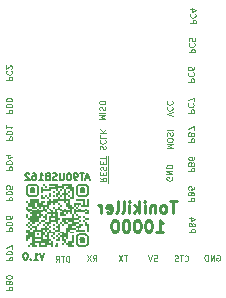
<source format=gbr>
%TF.GenerationSoftware,KiCad,Pcbnew,(6.0.5)*%
%TF.CreationDate,2023-04-25T20:10:58+03:00*%
%TF.ProjectId,AT90USB162,41543930-5553-4423-9136-322e6b696361,rev?*%
%TF.SameCoordinates,Original*%
%TF.FileFunction,Legend,Bot*%
%TF.FilePolarity,Positive*%
%FSLAX46Y46*%
G04 Gerber Fmt 4.6, Leading zero omitted, Abs format (unit mm)*
G04 Created by KiCad (PCBNEW (6.0.5)) date 2023-04-25 20:10:58*
%MOMM*%
%LPD*%
G01*
G04 APERTURE LIST*
%ADD10C,0.125000*%
%ADD11C,0.150000*%
%ADD12C,0.250000*%
G04 APERTURE END LIST*
D10*
X65303809Y-104919047D02*
X65803809Y-104919047D01*
X65803809Y-104728571D01*
X65780000Y-104680952D01*
X65756190Y-104657142D01*
X65708571Y-104633333D01*
X65637142Y-104633333D01*
X65589523Y-104657142D01*
X65565714Y-104680952D01*
X65541904Y-104728571D01*
X65541904Y-104919047D01*
X65303809Y-104419047D02*
X65803809Y-104419047D01*
X65803809Y-104300000D01*
X65780000Y-104228571D01*
X65732380Y-104180952D01*
X65684761Y-104157142D01*
X65589523Y-104133333D01*
X65518095Y-104133333D01*
X65422857Y-104157142D01*
X65375238Y-104180952D01*
X65327619Y-104228571D01*
X65303809Y-104300000D01*
X65303809Y-104419047D01*
X65803809Y-103680952D02*
X65803809Y-103919047D01*
X65565714Y-103942857D01*
X65589523Y-103919047D01*
X65613333Y-103871428D01*
X65613333Y-103752380D01*
X65589523Y-103704761D01*
X65565714Y-103680952D01*
X65518095Y-103657142D01*
X65399047Y-103657142D01*
X65351428Y-103680952D01*
X65327619Y-103704761D01*
X65303809Y-103752380D01*
X65303809Y-103871428D01*
X65327619Y-103919047D01*
X65351428Y-103942857D01*
X80678809Y-97494047D02*
X81178809Y-97494047D01*
X81178809Y-97303571D01*
X81155000Y-97255952D01*
X81131190Y-97232142D01*
X81083571Y-97208333D01*
X81012142Y-97208333D01*
X80964523Y-97232142D01*
X80940714Y-97255952D01*
X80916904Y-97303571D01*
X80916904Y-97494047D01*
X80726428Y-96708333D02*
X80702619Y-96732142D01*
X80678809Y-96803571D01*
X80678809Y-96851190D01*
X80702619Y-96922619D01*
X80750238Y-96970238D01*
X80797857Y-96994047D01*
X80893095Y-97017857D01*
X80964523Y-97017857D01*
X81059761Y-96994047D01*
X81107380Y-96970238D01*
X81155000Y-96922619D01*
X81178809Y-96851190D01*
X81178809Y-96803571D01*
X81155000Y-96732142D01*
X81131190Y-96708333D01*
X81178809Y-96541666D02*
X81178809Y-96208333D01*
X80678809Y-96422619D01*
X80728809Y-102469047D02*
X81228809Y-102469047D01*
X81228809Y-102278571D01*
X81205000Y-102230952D01*
X81181190Y-102207142D01*
X81133571Y-102183333D01*
X81062142Y-102183333D01*
X81014523Y-102207142D01*
X80990714Y-102230952D01*
X80966904Y-102278571D01*
X80966904Y-102469047D01*
X80990714Y-101802380D02*
X80966904Y-101730952D01*
X80943095Y-101707142D01*
X80895476Y-101683333D01*
X80824047Y-101683333D01*
X80776428Y-101707142D01*
X80752619Y-101730952D01*
X80728809Y-101778571D01*
X80728809Y-101969047D01*
X81228809Y-101969047D01*
X81228809Y-101802380D01*
X81205000Y-101754761D01*
X81181190Y-101730952D01*
X81133571Y-101707142D01*
X81085952Y-101707142D01*
X81038333Y-101730952D01*
X81014523Y-101754761D01*
X80990714Y-101802380D01*
X80990714Y-101969047D01*
X81228809Y-101254761D02*
X81228809Y-101350000D01*
X81205000Y-101397619D01*
X81181190Y-101421428D01*
X81109761Y-101469047D01*
X81014523Y-101492857D01*
X80824047Y-101492857D01*
X80776428Y-101469047D01*
X80752619Y-101445238D01*
X80728809Y-101397619D01*
X80728809Y-101302380D01*
X80752619Y-101254761D01*
X80776428Y-101230952D01*
X80824047Y-101207142D01*
X80943095Y-101207142D01*
X80990714Y-101230952D01*
X81014523Y-101254761D01*
X81038333Y-101302380D01*
X81038333Y-101397619D01*
X81014523Y-101445238D01*
X80990714Y-101469047D01*
X80943095Y-101492857D01*
X65328809Y-109994047D02*
X65828809Y-109994047D01*
X65828809Y-109803571D01*
X65805000Y-109755952D01*
X65781190Y-109732142D01*
X65733571Y-109708333D01*
X65662142Y-109708333D01*
X65614523Y-109732142D01*
X65590714Y-109755952D01*
X65566904Y-109803571D01*
X65566904Y-109994047D01*
X65328809Y-109494047D02*
X65828809Y-109494047D01*
X65828809Y-109375000D01*
X65805000Y-109303571D01*
X65757380Y-109255952D01*
X65709761Y-109232142D01*
X65614523Y-109208333D01*
X65543095Y-109208333D01*
X65447857Y-109232142D01*
X65400238Y-109255952D01*
X65352619Y-109303571D01*
X65328809Y-109375000D01*
X65328809Y-109494047D01*
X65828809Y-109041666D02*
X65828809Y-108708333D01*
X65328809Y-108922619D01*
D11*
X72330000Y-103025000D02*
X72044285Y-103025000D01*
X72387142Y-103196428D02*
X72187142Y-102596428D01*
X71987142Y-103196428D01*
X71872857Y-102596428D02*
X71530000Y-102596428D01*
X71701428Y-103196428D02*
X71701428Y-102596428D01*
X71301428Y-103196428D02*
X71187142Y-103196428D01*
X71130000Y-103167857D01*
X71101428Y-103139285D01*
X71044285Y-103053571D01*
X71015714Y-102939285D01*
X71015714Y-102710714D01*
X71044285Y-102653571D01*
X71072857Y-102625000D01*
X71130000Y-102596428D01*
X71244285Y-102596428D01*
X71301428Y-102625000D01*
X71330000Y-102653571D01*
X71358571Y-102710714D01*
X71358571Y-102853571D01*
X71330000Y-102910714D01*
X71301428Y-102939285D01*
X71244285Y-102967857D01*
X71130000Y-102967857D01*
X71072857Y-102939285D01*
X71044285Y-102910714D01*
X71015714Y-102853571D01*
X70644285Y-102596428D02*
X70587142Y-102596428D01*
X70530000Y-102625000D01*
X70501428Y-102653571D01*
X70472857Y-102710714D01*
X70444285Y-102825000D01*
X70444285Y-102967857D01*
X70472857Y-103082142D01*
X70501428Y-103139285D01*
X70530000Y-103167857D01*
X70587142Y-103196428D01*
X70644285Y-103196428D01*
X70701428Y-103167857D01*
X70730000Y-103139285D01*
X70758571Y-103082142D01*
X70787142Y-102967857D01*
X70787142Y-102825000D01*
X70758571Y-102710714D01*
X70730000Y-102653571D01*
X70701428Y-102625000D01*
X70644285Y-102596428D01*
X70187142Y-102596428D02*
X70187142Y-103082142D01*
X70158571Y-103139285D01*
X70130000Y-103167857D01*
X70072857Y-103196428D01*
X69958571Y-103196428D01*
X69901428Y-103167857D01*
X69872857Y-103139285D01*
X69844285Y-103082142D01*
X69844285Y-102596428D01*
X69587142Y-103167857D02*
X69501428Y-103196428D01*
X69358571Y-103196428D01*
X69301428Y-103167857D01*
X69272857Y-103139285D01*
X69244285Y-103082142D01*
X69244285Y-103025000D01*
X69272857Y-102967857D01*
X69301428Y-102939285D01*
X69358571Y-102910714D01*
X69472857Y-102882142D01*
X69530000Y-102853571D01*
X69558571Y-102825000D01*
X69587142Y-102767857D01*
X69587142Y-102710714D01*
X69558571Y-102653571D01*
X69530000Y-102625000D01*
X69472857Y-102596428D01*
X69330000Y-102596428D01*
X69244285Y-102625000D01*
X68787142Y-102882142D02*
X68701428Y-102910714D01*
X68672857Y-102939285D01*
X68644285Y-102996428D01*
X68644285Y-103082142D01*
X68672857Y-103139285D01*
X68701428Y-103167857D01*
X68758571Y-103196428D01*
X68987142Y-103196428D01*
X68987142Y-102596428D01*
X68787142Y-102596428D01*
X68730000Y-102625000D01*
X68701428Y-102653571D01*
X68672857Y-102710714D01*
X68672857Y-102767857D01*
X68701428Y-102825000D01*
X68730000Y-102853571D01*
X68787142Y-102882142D01*
X68987142Y-102882142D01*
X68072857Y-103196428D02*
X68415714Y-103196428D01*
X68244285Y-103196428D02*
X68244285Y-102596428D01*
X68301428Y-102682142D01*
X68358571Y-102739285D01*
X68415714Y-102767857D01*
X67558571Y-102596428D02*
X67672857Y-102596428D01*
X67730000Y-102625000D01*
X67758571Y-102653571D01*
X67815714Y-102739285D01*
X67844285Y-102853571D01*
X67844285Y-103082142D01*
X67815714Y-103139285D01*
X67787142Y-103167857D01*
X67730000Y-103196428D01*
X67615714Y-103196428D01*
X67558571Y-103167857D01*
X67530000Y-103139285D01*
X67501428Y-103082142D01*
X67501428Y-102939285D01*
X67530000Y-102882142D01*
X67558571Y-102853571D01*
X67615714Y-102825000D01*
X67730000Y-102825000D01*
X67787142Y-102853571D01*
X67815714Y-102882142D01*
X67844285Y-102939285D01*
X67272857Y-102653571D02*
X67244285Y-102625000D01*
X67187142Y-102596428D01*
X67044285Y-102596428D01*
X66987142Y-102625000D01*
X66958571Y-102653571D01*
X66930000Y-102710714D01*
X66930000Y-102767857D01*
X66958571Y-102853571D01*
X67301428Y-103196428D01*
X66930000Y-103196428D01*
D10*
X73920000Y-103405952D02*
X73920000Y-102905952D01*
X73278809Y-103001190D02*
X73516904Y-103167857D01*
X73278809Y-103286904D02*
X73778809Y-103286904D01*
X73778809Y-103096428D01*
X73755000Y-103048809D01*
X73731190Y-103025000D01*
X73683571Y-103001190D01*
X73612142Y-103001190D01*
X73564523Y-103025000D01*
X73540714Y-103048809D01*
X73516904Y-103096428D01*
X73516904Y-103286904D01*
X73920000Y-102905952D02*
X73920000Y-102453571D01*
X73540714Y-102786904D02*
X73540714Y-102620238D01*
X73278809Y-102548809D02*
X73278809Y-102786904D01*
X73778809Y-102786904D01*
X73778809Y-102548809D01*
X73920000Y-102453571D02*
X73920000Y-101977380D01*
X73302619Y-102358333D02*
X73278809Y-102286904D01*
X73278809Y-102167857D01*
X73302619Y-102120238D01*
X73326428Y-102096428D01*
X73374047Y-102072619D01*
X73421666Y-102072619D01*
X73469285Y-102096428D01*
X73493095Y-102120238D01*
X73516904Y-102167857D01*
X73540714Y-102263095D01*
X73564523Y-102310714D01*
X73588333Y-102334523D01*
X73635952Y-102358333D01*
X73683571Y-102358333D01*
X73731190Y-102334523D01*
X73755000Y-102310714D01*
X73778809Y-102263095D01*
X73778809Y-102144047D01*
X73755000Y-102072619D01*
X73920000Y-101977380D02*
X73920000Y-101525000D01*
X73540714Y-101858333D02*
X73540714Y-101691666D01*
X73278809Y-101620238D02*
X73278809Y-101858333D01*
X73778809Y-101858333D01*
X73778809Y-101620238D01*
X73920000Y-101525000D02*
X73920000Y-101144047D01*
X73778809Y-101477380D02*
X73778809Y-101191666D01*
X73278809Y-101334523D02*
X73778809Y-101334523D01*
X65303809Y-112519047D02*
X65803809Y-112519047D01*
X65803809Y-112328571D01*
X65780000Y-112280952D01*
X65756190Y-112257142D01*
X65708571Y-112233333D01*
X65637142Y-112233333D01*
X65589523Y-112257142D01*
X65565714Y-112280952D01*
X65541904Y-112328571D01*
X65541904Y-112519047D01*
X65565714Y-111852380D02*
X65541904Y-111780952D01*
X65518095Y-111757142D01*
X65470476Y-111733333D01*
X65399047Y-111733333D01*
X65351428Y-111757142D01*
X65327619Y-111780952D01*
X65303809Y-111828571D01*
X65303809Y-112019047D01*
X65803809Y-112019047D01*
X65803809Y-111852380D01*
X65780000Y-111804761D01*
X65756190Y-111780952D01*
X65708571Y-111757142D01*
X65660952Y-111757142D01*
X65613333Y-111780952D01*
X65589523Y-111804761D01*
X65565714Y-111852380D01*
X65565714Y-112019047D01*
X65803809Y-111423809D02*
X65803809Y-111376190D01*
X65780000Y-111328571D01*
X65756190Y-111304761D01*
X65708571Y-111280952D01*
X65613333Y-111257142D01*
X65494285Y-111257142D01*
X65399047Y-111280952D01*
X65351428Y-111304761D01*
X65327619Y-111328571D01*
X65303809Y-111376190D01*
X65303809Y-111423809D01*
X65327619Y-111471428D01*
X65351428Y-111495238D01*
X65399047Y-111519047D01*
X65494285Y-111542857D01*
X65613333Y-111542857D01*
X65708571Y-111519047D01*
X65756190Y-111495238D01*
X65780000Y-111471428D01*
X65803809Y-111423809D01*
X65303809Y-102319047D02*
X65803809Y-102319047D01*
X65803809Y-102128571D01*
X65780000Y-102080952D01*
X65756190Y-102057142D01*
X65708571Y-102033333D01*
X65637142Y-102033333D01*
X65589523Y-102057142D01*
X65565714Y-102080952D01*
X65541904Y-102128571D01*
X65541904Y-102319047D01*
X65303809Y-101819047D02*
X65803809Y-101819047D01*
X65803809Y-101700000D01*
X65780000Y-101628571D01*
X65732380Y-101580952D01*
X65684761Y-101557142D01*
X65589523Y-101533333D01*
X65518095Y-101533333D01*
X65422857Y-101557142D01*
X65375238Y-101580952D01*
X65327619Y-101628571D01*
X65303809Y-101700000D01*
X65303809Y-101819047D01*
X65637142Y-101104761D02*
X65303809Y-101104761D01*
X65827619Y-101223809D02*
X65470476Y-101342857D01*
X65470476Y-101033333D01*
X80703809Y-104994047D02*
X81203809Y-104994047D01*
X81203809Y-104803571D01*
X81180000Y-104755952D01*
X81156190Y-104732142D01*
X81108571Y-104708333D01*
X81037142Y-104708333D01*
X80989523Y-104732142D01*
X80965714Y-104755952D01*
X80941904Y-104803571D01*
X80941904Y-104994047D01*
X80965714Y-104327380D02*
X80941904Y-104255952D01*
X80918095Y-104232142D01*
X80870476Y-104208333D01*
X80799047Y-104208333D01*
X80751428Y-104232142D01*
X80727619Y-104255952D01*
X80703809Y-104303571D01*
X80703809Y-104494047D01*
X81203809Y-104494047D01*
X81203809Y-104327380D01*
X81180000Y-104279761D01*
X81156190Y-104255952D01*
X81108571Y-104232142D01*
X81060952Y-104232142D01*
X81013333Y-104255952D01*
X80989523Y-104279761D01*
X80965714Y-104327380D01*
X80965714Y-104494047D01*
X81203809Y-103755952D02*
X81203809Y-103994047D01*
X80965714Y-104017857D01*
X80989523Y-103994047D01*
X81013333Y-103946428D01*
X81013333Y-103827380D01*
X80989523Y-103779761D01*
X80965714Y-103755952D01*
X80918095Y-103732142D01*
X80799047Y-103732142D01*
X80751428Y-103755952D01*
X80727619Y-103779761D01*
X80703809Y-103827380D01*
X80703809Y-103946428D01*
X80727619Y-103994047D01*
X80751428Y-104017857D01*
X80703809Y-94869047D02*
X81203809Y-94869047D01*
X81203809Y-94678571D01*
X81180000Y-94630952D01*
X81156190Y-94607142D01*
X81108571Y-94583333D01*
X81037142Y-94583333D01*
X80989523Y-94607142D01*
X80965714Y-94630952D01*
X80941904Y-94678571D01*
X80941904Y-94869047D01*
X80751428Y-94083333D02*
X80727619Y-94107142D01*
X80703809Y-94178571D01*
X80703809Y-94226190D01*
X80727619Y-94297619D01*
X80775238Y-94345238D01*
X80822857Y-94369047D01*
X80918095Y-94392857D01*
X80989523Y-94392857D01*
X81084761Y-94369047D01*
X81132380Y-94345238D01*
X81180000Y-94297619D01*
X81203809Y-94226190D01*
X81203809Y-94178571D01*
X81180000Y-94107142D01*
X81156190Y-94083333D01*
X81203809Y-93654761D02*
X81203809Y-93750000D01*
X81180000Y-93797619D01*
X81156190Y-93821428D01*
X81084761Y-93869047D01*
X80989523Y-93892857D01*
X80799047Y-93892857D01*
X80751428Y-93869047D01*
X80727619Y-93845238D01*
X80703809Y-93797619D01*
X80703809Y-93702380D01*
X80727619Y-93654761D01*
X80751428Y-93630952D01*
X80799047Y-93607142D01*
X80918095Y-93607142D01*
X80965714Y-93630952D01*
X80989523Y-93654761D01*
X81013333Y-93702380D01*
X81013333Y-93797619D01*
X80989523Y-93845238D01*
X80965714Y-93869047D01*
X80918095Y-93892857D01*
D12*
X79738333Y-104972380D02*
X79166904Y-104972380D01*
X79452619Y-105972380D02*
X79452619Y-104972380D01*
X78690714Y-105972380D02*
X78785952Y-105924761D01*
X78833571Y-105877142D01*
X78881190Y-105781904D01*
X78881190Y-105496190D01*
X78833571Y-105400952D01*
X78785952Y-105353333D01*
X78690714Y-105305714D01*
X78547857Y-105305714D01*
X78452619Y-105353333D01*
X78405000Y-105400952D01*
X78357380Y-105496190D01*
X78357380Y-105781904D01*
X78405000Y-105877142D01*
X78452619Y-105924761D01*
X78547857Y-105972380D01*
X78690714Y-105972380D01*
X77928809Y-105305714D02*
X77928809Y-105972380D01*
X77928809Y-105400952D02*
X77881190Y-105353333D01*
X77785952Y-105305714D01*
X77643095Y-105305714D01*
X77547857Y-105353333D01*
X77500238Y-105448571D01*
X77500238Y-105972380D01*
X77024047Y-105972380D02*
X77024047Y-105305714D01*
X77024047Y-104972380D02*
X77071666Y-105020000D01*
X77024047Y-105067619D01*
X76976428Y-105020000D01*
X77024047Y-104972380D01*
X77024047Y-105067619D01*
X76547857Y-105972380D02*
X76547857Y-104972380D01*
X76452619Y-105591428D02*
X76166904Y-105972380D01*
X76166904Y-105305714D02*
X76547857Y-105686666D01*
X75738333Y-105972380D02*
X75738333Y-105305714D01*
X75738333Y-104972380D02*
X75785952Y-105020000D01*
X75738333Y-105067619D01*
X75690714Y-105020000D01*
X75738333Y-104972380D01*
X75738333Y-105067619D01*
X75119285Y-105972380D02*
X75214523Y-105924761D01*
X75262142Y-105829523D01*
X75262142Y-104972380D01*
X74595476Y-105972380D02*
X74690714Y-105924761D01*
X74738333Y-105829523D01*
X74738333Y-104972380D01*
X73833571Y-105924761D02*
X73928809Y-105972380D01*
X74119285Y-105972380D01*
X74214523Y-105924761D01*
X74262142Y-105829523D01*
X74262142Y-105448571D01*
X74214523Y-105353333D01*
X74119285Y-105305714D01*
X73928809Y-105305714D01*
X73833571Y-105353333D01*
X73785952Y-105448571D01*
X73785952Y-105543809D01*
X74262142Y-105639047D01*
X73357380Y-105972380D02*
X73357380Y-105305714D01*
X73357380Y-105496190D02*
X73309761Y-105400952D01*
X73262142Y-105353333D01*
X73166904Y-105305714D01*
X73071666Y-105305714D01*
X78024047Y-107582380D02*
X78595476Y-107582380D01*
X78309761Y-107582380D02*
X78309761Y-106582380D01*
X78405000Y-106725238D01*
X78500238Y-106820476D01*
X78595476Y-106868095D01*
X77405000Y-106582380D02*
X77309761Y-106582380D01*
X77214523Y-106630000D01*
X77166904Y-106677619D01*
X77119285Y-106772857D01*
X77071666Y-106963333D01*
X77071666Y-107201428D01*
X77119285Y-107391904D01*
X77166904Y-107487142D01*
X77214523Y-107534761D01*
X77309761Y-107582380D01*
X77405000Y-107582380D01*
X77500238Y-107534761D01*
X77547857Y-107487142D01*
X77595476Y-107391904D01*
X77643095Y-107201428D01*
X77643095Y-106963333D01*
X77595476Y-106772857D01*
X77547857Y-106677619D01*
X77500238Y-106630000D01*
X77405000Y-106582380D01*
X76452619Y-106582380D02*
X76357380Y-106582380D01*
X76262142Y-106630000D01*
X76214523Y-106677619D01*
X76166904Y-106772857D01*
X76119285Y-106963333D01*
X76119285Y-107201428D01*
X76166904Y-107391904D01*
X76214523Y-107487142D01*
X76262142Y-107534761D01*
X76357380Y-107582380D01*
X76452619Y-107582380D01*
X76547857Y-107534761D01*
X76595476Y-107487142D01*
X76643095Y-107391904D01*
X76690714Y-107201428D01*
X76690714Y-106963333D01*
X76643095Y-106772857D01*
X76595476Y-106677619D01*
X76547857Y-106630000D01*
X76452619Y-106582380D01*
X75500238Y-106582380D02*
X75405000Y-106582380D01*
X75309761Y-106630000D01*
X75262142Y-106677619D01*
X75214523Y-106772857D01*
X75166904Y-106963333D01*
X75166904Y-107201428D01*
X75214523Y-107391904D01*
X75262142Y-107487142D01*
X75309761Y-107534761D01*
X75405000Y-107582380D01*
X75500238Y-107582380D01*
X75595476Y-107534761D01*
X75643095Y-107487142D01*
X75690714Y-107391904D01*
X75738333Y-107201428D01*
X75738333Y-106963333D01*
X75690714Y-106772857D01*
X75643095Y-106677619D01*
X75595476Y-106630000D01*
X75500238Y-106582380D01*
X74547857Y-106582380D02*
X74452619Y-106582380D01*
X74357380Y-106630000D01*
X74309761Y-106677619D01*
X74262142Y-106772857D01*
X74214523Y-106963333D01*
X74214523Y-107201428D01*
X74262142Y-107391904D01*
X74309761Y-107487142D01*
X74357380Y-107534761D01*
X74452619Y-107582380D01*
X74547857Y-107582380D01*
X74643095Y-107534761D01*
X74690714Y-107487142D01*
X74738333Y-107391904D01*
X74785952Y-107201428D01*
X74785952Y-106963333D01*
X74738333Y-106772857D01*
X74690714Y-106677619D01*
X74643095Y-106630000D01*
X74547857Y-106582380D01*
D10*
X72638333Y-110076190D02*
X72805000Y-109838095D01*
X72924047Y-110076190D02*
X72924047Y-109576190D01*
X72733571Y-109576190D01*
X72685952Y-109600000D01*
X72662142Y-109623809D01*
X72638333Y-109671428D01*
X72638333Y-109742857D01*
X72662142Y-109790476D01*
X72685952Y-109814285D01*
X72733571Y-109838095D01*
X72924047Y-109838095D01*
X72471666Y-109576190D02*
X72138333Y-110076190D01*
X72138333Y-109576190D02*
X72471666Y-110076190D01*
X80753809Y-92394047D02*
X81253809Y-92394047D01*
X81253809Y-92203571D01*
X81230000Y-92155952D01*
X81206190Y-92132142D01*
X81158571Y-92108333D01*
X81087142Y-92108333D01*
X81039523Y-92132142D01*
X81015714Y-92155952D01*
X80991904Y-92203571D01*
X80991904Y-92394047D01*
X80801428Y-91608333D02*
X80777619Y-91632142D01*
X80753809Y-91703571D01*
X80753809Y-91751190D01*
X80777619Y-91822619D01*
X80825238Y-91870238D01*
X80872857Y-91894047D01*
X80968095Y-91917857D01*
X81039523Y-91917857D01*
X81134761Y-91894047D01*
X81182380Y-91870238D01*
X81230000Y-91822619D01*
X81253809Y-91751190D01*
X81253809Y-91703571D01*
X81230000Y-91632142D01*
X81206190Y-91608333D01*
X81253809Y-91155952D02*
X81253809Y-91394047D01*
X81015714Y-91417857D01*
X81039523Y-91394047D01*
X81063333Y-91346428D01*
X81063333Y-91227380D01*
X81039523Y-91179761D01*
X81015714Y-91155952D01*
X80968095Y-91132142D01*
X80849047Y-91132142D01*
X80801428Y-91155952D01*
X80777619Y-91179761D01*
X80753809Y-91227380D01*
X80753809Y-91346428D01*
X80777619Y-91394047D01*
X80801428Y-91417857D01*
X83135952Y-109550000D02*
X83183571Y-109526190D01*
X83255000Y-109526190D01*
X83326428Y-109550000D01*
X83374047Y-109597619D01*
X83397857Y-109645238D01*
X83421666Y-109740476D01*
X83421666Y-109811904D01*
X83397857Y-109907142D01*
X83374047Y-109954761D01*
X83326428Y-110002380D01*
X83255000Y-110026190D01*
X83207380Y-110026190D01*
X83135952Y-110002380D01*
X83112142Y-109978571D01*
X83112142Y-109811904D01*
X83207380Y-109811904D01*
X82897857Y-110026190D02*
X82897857Y-109526190D01*
X82612142Y-110026190D01*
X82612142Y-109526190D01*
X82374047Y-110026190D02*
X82374047Y-109526190D01*
X82255000Y-109526190D01*
X82183571Y-109550000D01*
X82135952Y-109597619D01*
X82112142Y-109645238D01*
X82088333Y-109740476D01*
X82088333Y-109811904D01*
X82112142Y-109907142D01*
X82135952Y-109954761D01*
X82183571Y-110002380D01*
X82255000Y-110026190D01*
X82374047Y-110026190D01*
X80753809Y-107619047D02*
X81253809Y-107619047D01*
X81253809Y-107428571D01*
X81230000Y-107380952D01*
X81206190Y-107357142D01*
X81158571Y-107333333D01*
X81087142Y-107333333D01*
X81039523Y-107357142D01*
X81015714Y-107380952D01*
X80991904Y-107428571D01*
X80991904Y-107619047D01*
X81015714Y-106952380D02*
X80991904Y-106880952D01*
X80968095Y-106857142D01*
X80920476Y-106833333D01*
X80849047Y-106833333D01*
X80801428Y-106857142D01*
X80777619Y-106880952D01*
X80753809Y-106928571D01*
X80753809Y-107119047D01*
X81253809Y-107119047D01*
X81253809Y-106952380D01*
X81230000Y-106904761D01*
X81206190Y-106880952D01*
X81158571Y-106857142D01*
X81110952Y-106857142D01*
X81063333Y-106880952D01*
X81039523Y-106904761D01*
X81015714Y-106952380D01*
X81015714Y-107119047D01*
X81087142Y-106404761D02*
X80753809Y-106404761D01*
X81277619Y-106523809D02*
X80920476Y-106642857D01*
X80920476Y-106333333D01*
X78903809Y-100510714D02*
X79403809Y-100510714D01*
X79046666Y-100344047D01*
X79403809Y-100177380D01*
X78903809Y-100177380D01*
X79403809Y-99844047D02*
X79403809Y-99748809D01*
X79380000Y-99701190D01*
X79332380Y-99653571D01*
X79237142Y-99629761D01*
X79070476Y-99629761D01*
X78975238Y-99653571D01*
X78927619Y-99701190D01*
X78903809Y-99748809D01*
X78903809Y-99844047D01*
X78927619Y-99891666D01*
X78975238Y-99939285D01*
X79070476Y-99963095D01*
X79237142Y-99963095D01*
X79332380Y-99939285D01*
X79380000Y-99891666D01*
X79403809Y-99844047D01*
X78927619Y-99439285D02*
X78903809Y-99367857D01*
X78903809Y-99248809D01*
X78927619Y-99201190D01*
X78951428Y-99177380D01*
X78999047Y-99153571D01*
X79046666Y-99153571D01*
X79094285Y-99177380D01*
X79118095Y-99201190D01*
X79141904Y-99248809D01*
X79165714Y-99344047D01*
X79189523Y-99391666D01*
X79213333Y-99415476D01*
X79260952Y-99439285D01*
X79308571Y-99439285D01*
X79356190Y-99415476D01*
X79380000Y-99391666D01*
X79403809Y-99344047D01*
X79403809Y-99225000D01*
X79380000Y-99153571D01*
X78903809Y-98939285D02*
X79403809Y-98939285D01*
X65303809Y-107494047D02*
X65803809Y-107494047D01*
X65803809Y-107303571D01*
X65780000Y-107255952D01*
X65756190Y-107232142D01*
X65708571Y-107208333D01*
X65637142Y-107208333D01*
X65589523Y-107232142D01*
X65565714Y-107255952D01*
X65541904Y-107303571D01*
X65541904Y-107494047D01*
X65303809Y-106994047D02*
X65803809Y-106994047D01*
X65803809Y-106875000D01*
X65780000Y-106803571D01*
X65732380Y-106755952D01*
X65684761Y-106732142D01*
X65589523Y-106708333D01*
X65518095Y-106708333D01*
X65422857Y-106732142D01*
X65375238Y-106755952D01*
X65327619Y-106803571D01*
X65303809Y-106875000D01*
X65303809Y-106994047D01*
X65803809Y-106279761D02*
X65803809Y-106375000D01*
X65780000Y-106422619D01*
X65756190Y-106446428D01*
X65684761Y-106494047D01*
X65589523Y-106517857D01*
X65399047Y-106517857D01*
X65351428Y-106494047D01*
X65327619Y-106470238D01*
X65303809Y-106422619D01*
X65303809Y-106327380D01*
X65327619Y-106279761D01*
X65351428Y-106255952D01*
X65399047Y-106232142D01*
X65518095Y-106232142D01*
X65565714Y-106255952D01*
X65589523Y-106279761D01*
X65613333Y-106327380D01*
X65613333Y-106422619D01*
X65589523Y-106470238D01*
X65565714Y-106494047D01*
X65518095Y-106517857D01*
X80728809Y-99944047D02*
X81228809Y-99944047D01*
X81228809Y-99753571D01*
X81205000Y-99705952D01*
X81181190Y-99682142D01*
X81133571Y-99658333D01*
X81062142Y-99658333D01*
X81014523Y-99682142D01*
X80990714Y-99705952D01*
X80966904Y-99753571D01*
X80966904Y-99944047D01*
X80990714Y-99277380D02*
X80966904Y-99205952D01*
X80943095Y-99182142D01*
X80895476Y-99158333D01*
X80824047Y-99158333D01*
X80776428Y-99182142D01*
X80752619Y-99205952D01*
X80728809Y-99253571D01*
X80728809Y-99444047D01*
X81228809Y-99444047D01*
X81228809Y-99277380D01*
X81205000Y-99229761D01*
X81181190Y-99205952D01*
X81133571Y-99182142D01*
X81085952Y-99182142D01*
X81038333Y-99205952D01*
X81014523Y-99229761D01*
X80990714Y-99277380D01*
X80990714Y-99444047D01*
X81228809Y-98991666D02*
X81228809Y-98658333D01*
X80728809Y-98872619D01*
X65303809Y-94744047D02*
X65803809Y-94744047D01*
X65803809Y-94553571D01*
X65780000Y-94505952D01*
X65756190Y-94482142D01*
X65708571Y-94458333D01*
X65637142Y-94458333D01*
X65589523Y-94482142D01*
X65565714Y-94505952D01*
X65541904Y-94553571D01*
X65541904Y-94744047D01*
X65351428Y-93958333D02*
X65327619Y-93982142D01*
X65303809Y-94053571D01*
X65303809Y-94101190D01*
X65327619Y-94172619D01*
X65375238Y-94220238D01*
X65422857Y-94244047D01*
X65518095Y-94267857D01*
X65589523Y-94267857D01*
X65684761Y-94244047D01*
X65732380Y-94220238D01*
X65780000Y-94172619D01*
X65803809Y-94101190D01*
X65803809Y-94053571D01*
X65780000Y-93982142D01*
X65756190Y-93958333D01*
X65756190Y-93767857D02*
X65780000Y-93744047D01*
X65803809Y-93696428D01*
X65803809Y-93577380D01*
X65780000Y-93529761D01*
X65756190Y-93505952D01*
X65708571Y-93482142D01*
X65660952Y-93482142D01*
X65589523Y-93505952D01*
X65303809Y-93791666D01*
X65303809Y-93482142D01*
X65328809Y-99794047D02*
X65828809Y-99794047D01*
X65828809Y-99603571D01*
X65805000Y-99555952D01*
X65781190Y-99532142D01*
X65733571Y-99508333D01*
X65662142Y-99508333D01*
X65614523Y-99532142D01*
X65590714Y-99555952D01*
X65566904Y-99603571D01*
X65566904Y-99794047D01*
X65328809Y-99294047D02*
X65828809Y-99294047D01*
X65828809Y-99175000D01*
X65805000Y-99103571D01*
X65757380Y-99055952D01*
X65709761Y-99032142D01*
X65614523Y-99008333D01*
X65543095Y-99008333D01*
X65447857Y-99032142D01*
X65400238Y-99055952D01*
X65352619Y-99103571D01*
X65328809Y-99175000D01*
X65328809Y-99294047D01*
X65328809Y-98532142D02*
X65328809Y-98817857D01*
X65328809Y-98675000D02*
X65828809Y-98675000D01*
X65757380Y-98722619D01*
X65709761Y-98770238D01*
X65685952Y-98817857D01*
D11*
X68544285Y-109346428D02*
X68344285Y-109946428D01*
X68144285Y-109346428D01*
X67630000Y-109946428D02*
X67972857Y-109946428D01*
X67801428Y-109946428D02*
X67801428Y-109346428D01*
X67858571Y-109432142D01*
X67915714Y-109489285D01*
X67972857Y-109517857D01*
X67372857Y-109889285D02*
X67344285Y-109917857D01*
X67372857Y-109946428D01*
X67401428Y-109917857D01*
X67372857Y-109889285D01*
X67372857Y-109946428D01*
X66972857Y-109346428D02*
X66915714Y-109346428D01*
X66858571Y-109375000D01*
X66830000Y-109403571D01*
X66801428Y-109460714D01*
X66772857Y-109575000D01*
X66772857Y-109717857D01*
X66801428Y-109832142D01*
X66830000Y-109889285D01*
X66858571Y-109917857D01*
X66915714Y-109946428D01*
X66972857Y-109946428D01*
X67030000Y-109917857D01*
X67058571Y-109889285D01*
X67087142Y-109832142D01*
X67115714Y-109717857D01*
X67115714Y-109575000D01*
X67087142Y-109460714D01*
X67058571Y-109403571D01*
X67030000Y-109375000D01*
X66972857Y-109346428D01*
D10*
X73203809Y-98060714D02*
X73703809Y-98060714D01*
X73346666Y-97894047D01*
X73703809Y-97727380D01*
X73203809Y-97727380D01*
X73203809Y-97489285D02*
X73703809Y-97489285D01*
X73227619Y-97275000D02*
X73203809Y-97203571D01*
X73203809Y-97084523D01*
X73227619Y-97036904D01*
X73251428Y-97013095D01*
X73299047Y-96989285D01*
X73346666Y-96989285D01*
X73394285Y-97013095D01*
X73418095Y-97036904D01*
X73441904Y-97084523D01*
X73465714Y-97179761D01*
X73489523Y-97227380D01*
X73513333Y-97251190D01*
X73560952Y-97275000D01*
X73608571Y-97275000D01*
X73656190Y-97251190D01*
X73680000Y-97227380D01*
X73703809Y-97179761D01*
X73703809Y-97060714D01*
X73680000Y-96989285D01*
X73703809Y-96679761D02*
X73703809Y-96584523D01*
X73680000Y-96536904D01*
X73632380Y-96489285D01*
X73537142Y-96465476D01*
X73370476Y-96465476D01*
X73275238Y-96489285D01*
X73227619Y-96536904D01*
X73203809Y-96584523D01*
X73203809Y-96679761D01*
X73227619Y-96727380D01*
X73275238Y-96775000D01*
X73370476Y-96798809D01*
X73537142Y-96798809D01*
X73632380Y-96775000D01*
X73680000Y-96727380D01*
X73703809Y-96679761D01*
X75560952Y-109551190D02*
X75275238Y-109551190D01*
X75418095Y-110051190D02*
X75418095Y-109551190D01*
X75156190Y-109551190D02*
X74822857Y-110051190D01*
X74822857Y-109551190D02*
X75156190Y-110051190D01*
X79355000Y-102955952D02*
X79378809Y-103003571D01*
X79378809Y-103075000D01*
X79355000Y-103146428D01*
X79307380Y-103194047D01*
X79259761Y-103217857D01*
X79164523Y-103241666D01*
X79093095Y-103241666D01*
X78997857Y-103217857D01*
X78950238Y-103194047D01*
X78902619Y-103146428D01*
X78878809Y-103075000D01*
X78878809Y-103027380D01*
X78902619Y-102955952D01*
X78926428Y-102932142D01*
X79093095Y-102932142D01*
X79093095Y-103027380D01*
X78878809Y-102717857D02*
X79378809Y-102717857D01*
X78878809Y-102432142D01*
X79378809Y-102432142D01*
X78878809Y-102194047D02*
X79378809Y-102194047D01*
X79378809Y-102075000D01*
X79355000Y-102003571D01*
X79307380Y-101955952D01*
X79259761Y-101932142D01*
X79164523Y-101908333D01*
X79093095Y-101908333D01*
X78997857Y-101932142D01*
X78950238Y-101955952D01*
X78902619Y-102003571D01*
X78878809Y-102075000D01*
X78878809Y-102194047D01*
X80853809Y-89919047D02*
X81353809Y-89919047D01*
X81353809Y-89728571D01*
X81330000Y-89680952D01*
X81306190Y-89657142D01*
X81258571Y-89633333D01*
X81187142Y-89633333D01*
X81139523Y-89657142D01*
X81115714Y-89680952D01*
X81091904Y-89728571D01*
X81091904Y-89919047D01*
X80901428Y-89133333D02*
X80877619Y-89157142D01*
X80853809Y-89228571D01*
X80853809Y-89276190D01*
X80877619Y-89347619D01*
X80925238Y-89395238D01*
X80972857Y-89419047D01*
X81068095Y-89442857D01*
X81139523Y-89442857D01*
X81234761Y-89419047D01*
X81282380Y-89395238D01*
X81330000Y-89347619D01*
X81353809Y-89276190D01*
X81353809Y-89228571D01*
X81330000Y-89157142D01*
X81306190Y-89133333D01*
X81187142Y-88704761D02*
X80853809Y-88704761D01*
X81377619Y-88823809D02*
X81020476Y-88942857D01*
X81020476Y-88633333D01*
X70651428Y-110101190D02*
X70651428Y-109601190D01*
X70532380Y-109601190D01*
X70460952Y-109625000D01*
X70413333Y-109672619D01*
X70389523Y-109720238D01*
X70365714Y-109815476D01*
X70365714Y-109886904D01*
X70389523Y-109982142D01*
X70413333Y-110029761D01*
X70460952Y-110077380D01*
X70532380Y-110101190D01*
X70651428Y-110101190D01*
X70222857Y-109601190D02*
X69937142Y-109601190D01*
X70080000Y-110101190D02*
X70080000Y-109601190D01*
X69484761Y-110101190D02*
X69651428Y-109863095D01*
X69770476Y-110101190D02*
X69770476Y-109601190D01*
X69580000Y-109601190D01*
X69532380Y-109625000D01*
X69508571Y-109648809D01*
X69484761Y-109696428D01*
X69484761Y-109767857D01*
X69508571Y-109815476D01*
X69532380Y-109839285D01*
X69580000Y-109863095D01*
X69770476Y-109863095D01*
X80428809Y-110028571D02*
X80452619Y-110052380D01*
X80524047Y-110076190D01*
X80571666Y-110076190D01*
X80643095Y-110052380D01*
X80690714Y-110004761D01*
X80714523Y-109957142D01*
X80738333Y-109861904D01*
X80738333Y-109790476D01*
X80714523Y-109695238D01*
X80690714Y-109647619D01*
X80643095Y-109600000D01*
X80571666Y-109576190D01*
X80524047Y-109576190D01*
X80452619Y-109600000D01*
X80428809Y-109623809D01*
X80285952Y-109576190D02*
X80000238Y-109576190D01*
X80143095Y-110076190D02*
X80143095Y-109576190D01*
X79857380Y-110052380D02*
X79785952Y-110076190D01*
X79666904Y-110076190D01*
X79619285Y-110052380D01*
X79595476Y-110028571D01*
X79571666Y-109980952D01*
X79571666Y-109933333D01*
X79595476Y-109885714D01*
X79619285Y-109861904D01*
X79666904Y-109838095D01*
X79762142Y-109814285D01*
X79809761Y-109790476D01*
X79833571Y-109766666D01*
X79857380Y-109719047D01*
X79857380Y-109671428D01*
X79833571Y-109623809D01*
X79809761Y-109600000D01*
X79762142Y-109576190D01*
X79643095Y-109576190D01*
X79571666Y-109600000D01*
X77825238Y-109576190D02*
X78063333Y-109576190D01*
X78087142Y-109814285D01*
X78063333Y-109790476D01*
X78015714Y-109766666D01*
X77896666Y-109766666D01*
X77849047Y-109790476D01*
X77825238Y-109814285D01*
X77801428Y-109861904D01*
X77801428Y-109980952D01*
X77825238Y-110028571D01*
X77849047Y-110052380D01*
X77896666Y-110076190D01*
X78015714Y-110076190D01*
X78063333Y-110052380D01*
X78087142Y-110028571D01*
X77658571Y-109576190D02*
X77491904Y-110076190D01*
X77325238Y-109576190D01*
X79403809Y-97791666D02*
X78903809Y-97625000D01*
X79403809Y-97458333D01*
X78951428Y-97005952D02*
X78927619Y-97029761D01*
X78903809Y-97101190D01*
X78903809Y-97148809D01*
X78927619Y-97220238D01*
X78975238Y-97267857D01*
X79022857Y-97291666D01*
X79118095Y-97315476D01*
X79189523Y-97315476D01*
X79284761Y-97291666D01*
X79332380Y-97267857D01*
X79380000Y-97220238D01*
X79403809Y-97148809D01*
X79403809Y-97101190D01*
X79380000Y-97029761D01*
X79356190Y-97005952D01*
X78951428Y-96505952D02*
X78927619Y-96529761D01*
X78903809Y-96601190D01*
X78903809Y-96648809D01*
X78927619Y-96720238D01*
X78975238Y-96767857D01*
X79022857Y-96791666D01*
X79118095Y-96815476D01*
X79189523Y-96815476D01*
X79284761Y-96791666D01*
X79332380Y-96767857D01*
X79380000Y-96720238D01*
X79403809Y-96648809D01*
X79403809Y-96601190D01*
X79380000Y-96529761D01*
X79356190Y-96505952D01*
X65303809Y-97519047D02*
X65803809Y-97519047D01*
X65803809Y-97328571D01*
X65780000Y-97280952D01*
X65756190Y-97257142D01*
X65708571Y-97233333D01*
X65637142Y-97233333D01*
X65589523Y-97257142D01*
X65565714Y-97280952D01*
X65541904Y-97328571D01*
X65541904Y-97519047D01*
X65303809Y-97019047D02*
X65803809Y-97019047D01*
X65803809Y-96900000D01*
X65780000Y-96828571D01*
X65732380Y-96780952D01*
X65684761Y-96757142D01*
X65589523Y-96733333D01*
X65518095Y-96733333D01*
X65422857Y-96757142D01*
X65375238Y-96780952D01*
X65327619Y-96828571D01*
X65303809Y-96900000D01*
X65303809Y-97019047D01*
X65803809Y-96423809D02*
X65803809Y-96376190D01*
X65780000Y-96328571D01*
X65756190Y-96304761D01*
X65708571Y-96280952D01*
X65613333Y-96257142D01*
X65494285Y-96257142D01*
X65399047Y-96280952D01*
X65351428Y-96304761D01*
X65327619Y-96328571D01*
X65303809Y-96376190D01*
X65303809Y-96423809D01*
X65327619Y-96471428D01*
X65351428Y-96495238D01*
X65399047Y-96519047D01*
X65494285Y-96542857D01*
X65613333Y-96542857D01*
X65708571Y-96519047D01*
X65756190Y-96495238D01*
X65780000Y-96471428D01*
X65803809Y-96423809D01*
X73252619Y-100595238D02*
X73228809Y-100523809D01*
X73228809Y-100404761D01*
X73252619Y-100357142D01*
X73276428Y-100333333D01*
X73324047Y-100309523D01*
X73371666Y-100309523D01*
X73419285Y-100333333D01*
X73443095Y-100357142D01*
X73466904Y-100404761D01*
X73490714Y-100500000D01*
X73514523Y-100547619D01*
X73538333Y-100571428D01*
X73585952Y-100595238D01*
X73633571Y-100595238D01*
X73681190Y-100571428D01*
X73705000Y-100547619D01*
X73728809Y-100500000D01*
X73728809Y-100380952D01*
X73705000Y-100309523D01*
X73276428Y-99809523D02*
X73252619Y-99833333D01*
X73228809Y-99904761D01*
X73228809Y-99952380D01*
X73252619Y-100023809D01*
X73300238Y-100071428D01*
X73347857Y-100095238D01*
X73443095Y-100119047D01*
X73514523Y-100119047D01*
X73609761Y-100095238D01*
X73657380Y-100071428D01*
X73705000Y-100023809D01*
X73728809Y-99952380D01*
X73728809Y-99904761D01*
X73705000Y-99833333D01*
X73681190Y-99809523D01*
X73228809Y-99357142D02*
X73228809Y-99595238D01*
X73728809Y-99595238D01*
X73228809Y-99190476D02*
X73728809Y-99190476D01*
X73228809Y-98904761D02*
X73514523Y-99119047D01*
X73728809Y-98904761D02*
X73443095Y-99190476D01*
%TO.C,G\u002A\u002A\u002A*%
G36*
X71918203Y-103836539D02*
G01*
X71925191Y-103840227D01*
X71950484Y-103858110D01*
X71972019Y-103880743D01*
X71988461Y-103906789D01*
X71999787Y-103929785D01*
X72000819Y-104057658D01*
X72000822Y-104058031D01*
X72001020Y-104096467D01*
X72000958Y-104129574D01*
X72000641Y-104157068D01*
X72000076Y-104178663D01*
X71999266Y-104194074D01*
X71998217Y-104203017D01*
X71997781Y-104205048D01*
X71988219Y-104233948D01*
X71973429Y-104258868D01*
X71953822Y-104279369D01*
X71929811Y-104295014D01*
X71901809Y-104305366D01*
X71900891Y-104305584D01*
X71893462Y-104306734D01*
X71882314Y-104307643D01*
X71866940Y-104308322D01*
X71846834Y-104308785D01*
X71821492Y-104309043D01*
X71790406Y-104309109D01*
X71753071Y-104308995D01*
X71621226Y-104308347D01*
X71597658Y-104296759D01*
X71582094Y-104287822D01*
X71559724Y-104270264D01*
X71540638Y-104249512D01*
X71526573Y-104227261D01*
X71516653Y-104206990D01*
X71515657Y-104077338D01*
X71515473Y-104043157D01*
X71515505Y-104007412D01*
X71515816Y-103978110D01*
X71516404Y-103955327D01*
X71517269Y-103939141D01*
X71518409Y-103929629D01*
X71522800Y-103913433D01*
X71534670Y-103887281D01*
X71551247Y-103864497D01*
X71571743Y-103846073D01*
X71595368Y-103832996D01*
X71595465Y-103832957D01*
X71600330Y-103831052D01*
X71605050Y-103829488D01*
X71610316Y-103828232D01*
X71616819Y-103827249D01*
X71625247Y-103826507D01*
X71636292Y-103825971D01*
X71650643Y-103825609D01*
X71668991Y-103825385D01*
X71692025Y-103825267D01*
X71720437Y-103825221D01*
X71754915Y-103825213D01*
X71895198Y-103825213D01*
X71918203Y-103836539D01*
G37*
G36*
X68109377Y-107881172D02*
G01*
X67943828Y-107881172D01*
X67943828Y-107715623D01*
X68109377Y-107715623D01*
X68109377Y-107881172D01*
G37*
G36*
X70946522Y-104800094D02*
G01*
X70944883Y-104800097D01*
X70915026Y-104800130D01*
X70881417Y-104800128D01*
X70846684Y-104800093D01*
X70813452Y-104800028D01*
X70784351Y-104799935D01*
X70704110Y-104799610D01*
X70704110Y-105283061D01*
X70866281Y-105283061D01*
X70866281Y-105445232D01*
X71025390Y-105445232D01*
X71190622Y-105445232D01*
X71349539Y-105445232D01*
X71348632Y-105366680D01*
X71347725Y-105288129D01*
X71269174Y-105287222D01*
X71190622Y-105286315D01*
X71190622Y-105445232D01*
X71025390Y-105445232D01*
X71025065Y-105364991D01*
X71025058Y-105363385D01*
X71024967Y-105333957D01*
X71024904Y-105300559D01*
X71024871Y-105265819D01*
X71024871Y-105232363D01*
X71024906Y-105202820D01*
X71025073Y-105120890D01*
X71352793Y-105120890D01*
X71352793Y-105283061D01*
X71511585Y-105283061D01*
X71511585Y-105120890D01*
X71677135Y-105120890D01*
X71677135Y-105283061D01*
X71835887Y-105283061D01*
X71835063Y-105123424D01*
X71834238Y-104963787D01*
X71590982Y-104963027D01*
X71570146Y-104962962D01*
X71527501Y-104962834D01*
X71485255Y-104962711D01*
X71444205Y-104962596D01*
X71405143Y-104962490D01*
X71368865Y-104962397D01*
X71336166Y-104962317D01*
X71307839Y-104962253D01*
X71284681Y-104962208D01*
X71267485Y-104962182D01*
X71187244Y-104962098D01*
X71187244Y-104796548D01*
X72001476Y-104796548D01*
X72001476Y-105283061D01*
X72160340Y-105283061D01*
X72160189Y-105121735D01*
X72160172Y-105101635D01*
X72160147Y-105064840D01*
X72160129Y-105027715D01*
X72160118Y-104991441D01*
X72160115Y-104957199D01*
X72160120Y-104926170D01*
X72160133Y-104899536D01*
X72160154Y-104878478D01*
X72160269Y-104796548D01*
X72325818Y-104796548D01*
X72325818Y-105448610D01*
X72244733Y-105448683D01*
X72224917Y-105448698D01*
X72192915Y-105448715D01*
X72156070Y-105448730D01*
X72115435Y-105448741D01*
X72072065Y-105448748D01*
X72027015Y-105448752D01*
X71981339Y-105448752D01*
X71936093Y-105448749D01*
X71892331Y-105448743D01*
X71851107Y-105448733D01*
X71813477Y-105448720D01*
X71780494Y-105448703D01*
X71753213Y-105448683D01*
X71673878Y-105448610D01*
X71672973Y-105368369D01*
X71672067Y-105288129D01*
X71593515Y-105287222D01*
X71514964Y-105286315D01*
X71514964Y-105448610D01*
X71352793Y-105448610D01*
X71352793Y-105607402D01*
X71677135Y-105607402D01*
X71677135Y-105769573D01*
X71998098Y-105769573D01*
X71998098Y-105607402D01*
X72163647Y-105607402D01*
X72163647Y-105769573D01*
X72325818Y-105769573D01*
X72325818Y-106097063D01*
X72243888Y-106098023D01*
X72242622Y-106098038D01*
X72212657Y-106098283D01*
X72178746Y-106098404D01*
X72143564Y-106098401D01*
X72109786Y-106098273D01*
X72080089Y-106098021D01*
X71998220Y-106097060D01*
X71997314Y-106016936D01*
X71996409Y-105936812D01*
X71834238Y-105936067D01*
X71812956Y-105935971D01*
X71776207Y-105935815D01*
X71739244Y-105935669D01*
X71703229Y-105935536D01*
X71669324Y-105935421D01*
X71638691Y-105935328D01*
X71612492Y-105935260D01*
X71591887Y-105935222D01*
X71511708Y-105935122D01*
X71511670Y-105931744D01*
X72001476Y-105931744D01*
X72160393Y-105931744D01*
X72159486Y-105853192D01*
X72158579Y-105774641D01*
X72080028Y-105773734D01*
X72001476Y-105772827D01*
X72001476Y-105931744D01*
X71511670Y-105931744D01*
X71510802Y-105854882D01*
X71509896Y-105774641D01*
X71431345Y-105773734D01*
X71352793Y-105772827D01*
X71352793Y-105935122D01*
X71190622Y-105935122D01*
X71190622Y-106093915D01*
X71352793Y-106093915D01*
X71352793Y-106256086D01*
X71677135Y-106256086D01*
X71677135Y-106421635D01*
X71514964Y-106421635D01*
X71514964Y-106580427D01*
X71677135Y-106580427D01*
X71677135Y-106745976D01*
X71514964Y-106745976D01*
X71514964Y-106904769D01*
X71839306Y-106904769D01*
X71839306Y-107070318D01*
X71677135Y-107070318D01*
X71677135Y-107232489D01*
X71514964Y-107232489D01*
X71514964Y-107391281D01*
X72001476Y-107391281D01*
X72001476Y-107556830D01*
X71920391Y-107556896D01*
X71911556Y-107556902D01*
X71890884Y-107556913D01*
X71864683Y-107556923D01*
X71833742Y-107556932D01*
X71798847Y-107556940D01*
X71760788Y-107556947D01*
X71720352Y-107556953D01*
X71678329Y-107556958D01*
X71635506Y-107556960D01*
X71592671Y-107556961D01*
X71568506Y-107556961D01*
X71525670Y-107556959D01*
X71483335Y-107556955D01*
X71442282Y-107556950D01*
X71403295Y-107556944D01*
X71367154Y-107556936D01*
X71334642Y-107556927D01*
X71306541Y-107556917D01*
X71283634Y-107556907D01*
X71266701Y-107556896D01*
X71187366Y-107556830D01*
X71186460Y-107476590D01*
X71185555Y-107396349D01*
X70944832Y-107395552D01*
X70704110Y-107394754D01*
X70704110Y-107553452D01*
X71028452Y-107553452D01*
X71028452Y-107718771D01*
X70946522Y-107719731D01*
X70945255Y-107719745D01*
X70915291Y-107719991D01*
X70881379Y-107720112D01*
X70846197Y-107720109D01*
X70812420Y-107719981D01*
X70782722Y-107719729D01*
X70700853Y-107718768D01*
X70699948Y-107638644D01*
X70699042Y-107558520D01*
X70620491Y-107557613D01*
X70541939Y-107556706D01*
X70541939Y-108205514D01*
X70379768Y-108205514D01*
X70379768Y-108526477D01*
X70538561Y-108526477D01*
X70538561Y-108364306D01*
X70862974Y-108364306D01*
X70862823Y-108202980D01*
X70862806Y-108182880D01*
X70862780Y-108146085D01*
X70862762Y-108108960D01*
X70862752Y-108072686D01*
X70862749Y-108038444D01*
X70862753Y-108007415D01*
X70862766Y-107980781D01*
X70862787Y-107959723D01*
X70862902Y-107877793D01*
X71028452Y-107877793D01*
X71028452Y-108529855D01*
X70866281Y-108529855D01*
X70866281Y-108688647D01*
X71028452Y-108688647D01*
X71028452Y-108854077D01*
X70946522Y-108854981D01*
X70942625Y-108855023D01*
X70912632Y-108855249D01*
X70878822Y-108855375D01*
X70843757Y-108855399D01*
X70810005Y-108855319D01*
X70780128Y-108855131D01*
X70775321Y-108855089D01*
X70744992Y-108854856D01*
X70711544Y-108854647D01*
X70677445Y-108854474D01*
X70645165Y-108854349D01*
X70617173Y-108854286D01*
X70538683Y-108854197D01*
X70536871Y-108693715D01*
X70456692Y-108692810D01*
X70376512Y-108691904D01*
X70375606Y-108611724D01*
X70374701Y-108531544D01*
X70296149Y-108530638D01*
X70217598Y-108529731D01*
X70217598Y-108692026D01*
X70052048Y-108692026D01*
X70052048Y-108526477D01*
X70214344Y-108526477D01*
X70213437Y-108447925D01*
X70212530Y-108369374D01*
X70052048Y-108367562D01*
X70051909Y-108287382D01*
X70051908Y-108286640D01*
X70051827Y-108257243D01*
X70051688Y-108223828D01*
X70051574Y-108202135D01*
X70217598Y-108202135D01*
X70376514Y-108202135D01*
X70375608Y-108123584D01*
X70374701Y-108045032D01*
X70296149Y-108044125D01*
X70217598Y-108043218D01*
X70217598Y-108202135D01*
X70051574Y-108202135D01*
X70051506Y-108189060D01*
X70051293Y-108155601D01*
X70051065Y-108126117D01*
X70050359Y-108045032D01*
X69971808Y-108044125D01*
X69893256Y-108043218D01*
X69893256Y-108367454D01*
X69811326Y-108368414D01*
X69810074Y-108368428D01*
X69780106Y-108368674D01*
X69746183Y-108368795D01*
X69710984Y-108368792D01*
X69677186Y-108368664D01*
X69647466Y-108368412D01*
X69565536Y-108367450D01*
X69565536Y-108202135D01*
X69727831Y-108202135D01*
X69726924Y-108123584D01*
X69726017Y-108045032D01*
X69645777Y-108044126D01*
X69565536Y-108043220D01*
X69565536Y-108039964D01*
X69731085Y-108039964D01*
X69890002Y-108039964D01*
X69889095Y-107961413D01*
X69888188Y-107882861D01*
X69809637Y-107881954D01*
X69731085Y-107881047D01*
X69731085Y-108039964D01*
X69565536Y-108039964D01*
X69565536Y-107877793D01*
X69727707Y-107877793D01*
X69893256Y-107877793D01*
X70052173Y-107877793D01*
X70051266Y-107799242D01*
X70050359Y-107720690D01*
X69971808Y-107719784D01*
X69893256Y-107718877D01*
X69893256Y-107877793D01*
X69727707Y-107877793D01*
X69727707Y-107715623D01*
X69890002Y-107715623D01*
X69889095Y-107637071D01*
X69888188Y-107558520D01*
X69807947Y-107557614D01*
X69727707Y-107556708D01*
X69727701Y-107553452D01*
X69893256Y-107553452D01*
X70217598Y-107553452D01*
X70217598Y-107715623D01*
X70376462Y-107715623D01*
X70376311Y-107554296D01*
X70376293Y-107534197D01*
X70376268Y-107497402D01*
X70376250Y-107460277D01*
X70376239Y-107424002D01*
X70376236Y-107391281D01*
X71190622Y-107391281D01*
X71349539Y-107391281D01*
X71348632Y-107312730D01*
X71347725Y-107234178D01*
X71269174Y-107233271D01*
X71190622Y-107232364D01*
X71190622Y-107391281D01*
X70376236Y-107391281D01*
X70376236Y-107389761D01*
X70376241Y-107358732D01*
X70376254Y-107332098D01*
X70376275Y-107311040D01*
X70376390Y-107229110D01*
X71511546Y-107229110D01*
X71510721Y-107069473D01*
X71509896Y-106909837D01*
X71190622Y-106908187D01*
X71190622Y-107066939D01*
X71352793Y-107066939D01*
X71352793Y-107229110D01*
X71187368Y-107229110D01*
X71186461Y-107150559D01*
X71185555Y-107072007D01*
X71025918Y-107071182D01*
X70866281Y-107070358D01*
X70866281Y-107229110D01*
X70538521Y-107229110D01*
X70537696Y-107069473D01*
X70536871Y-106909837D01*
X70377235Y-106909012D01*
X70217598Y-106908187D01*
X70217598Y-107070318D01*
X70052171Y-107070318D01*
X70051265Y-106990077D01*
X70050359Y-106909837D01*
X69971808Y-106908930D01*
X69893256Y-106908023D01*
X69893256Y-107553452D01*
X69727701Y-107553452D01*
X69727568Y-107476528D01*
X69727567Y-107475786D01*
X69727485Y-107446389D01*
X69727347Y-107412974D01*
X69727164Y-107378206D01*
X69726952Y-107344747D01*
X69726723Y-107315263D01*
X69726017Y-107234178D01*
X69645777Y-107233272D01*
X69565536Y-107232367D01*
X69565536Y-107066939D01*
X69727831Y-107066939D01*
X69726017Y-106909837D01*
X69645838Y-106908931D01*
X69565658Y-106908025D01*
X69564752Y-106827845D01*
X69563847Y-106747666D01*
X69323124Y-106746868D01*
X69082402Y-106746071D01*
X69082402Y-106908147D01*
X68920231Y-106908147D01*
X68920231Y-107066939D01*
X69082402Y-107066939D01*
X69082402Y-107232489D01*
X68920231Y-107232489D01*
X68920231Y-107391281D01*
X69082402Y-107391281D01*
X69082402Y-107553452D01*
X69403490Y-107553452D01*
X69402583Y-107474900D01*
X69401676Y-107396349D01*
X69241194Y-107394537D01*
X69241194Y-107229110D01*
X69406744Y-107229110D01*
X69406744Y-107391281D01*
X69568914Y-107391281D01*
X69568914Y-107556830D01*
X69406744Y-107556830D01*
X69406744Y-107881172D01*
X69244573Y-107881172D01*
X69244573Y-108039964D01*
X69406744Y-108039964D01*
X69406744Y-108205514D01*
X69241317Y-108205514D01*
X69239505Y-108045032D01*
X69159264Y-108044126D01*
X69079024Y-108043220D01*
X69079024Y-107877793D01*
X69241319Y-107877793D01*
X69240412Y-107799242D01*
X69239505Y-107720690D01*
X69079868Y-107719866D01*
X68920231Y-107719041D01*
X68920231Y-108202135D01*
X69082402Y-108202135D01*
X69082402Y-108364306D01*
X69244573Y-108364306D01*
X69244573Y-108854197D01*
X69079146Y-108854197D01*
X69077334Y-108693715D01*
X68917697Y-108692890D01*
X68758061Y-108692066D01*
X68758061Y-108854197D01*
X68676131Y-108854292D01*
X68644850Y-108854324D01*
X68588802Y-108854366D01*
X68533903Y-108854387D01*
X68480555Y-108854386D01*
X68429158Y-108854365D01*
X68380113Y-108854325D01*
X68333821Y-108854267D01*
X68290680Y-108854191D01*
X68251093Y-108854098D01*
X68215460Y-108853990D01*
X68184181Y-108853867D01*
X68157656Y-108853730D01*
X68136287Y-108853580D01*
X68120473Y-108853417D01*
X68110615Y-108853244D01*
X68107114Y-108853059D01*
X68106867Y-108849594D01*
X68106602Y-108840029D01*
X68106329Y-108825029D01*
X68106057Y-108805258D01*
X68105794Y-108781379D01*
X68105546Y-108754055D01*
X68105324Y-108723949D01*
X68105135Y-108691725D01*
X68105119Y-108688647D01*
X68271548Y-108688647D01*
X68592636Y-108688647D01*
X68591729Y-108610096D01*
X68590822Y-108531544D01*
X68431185Y-108530720D01*
X68271548Y-108529895D01*
X68271548Y-108688647D01*
X68105119Y-108688647D01*
X68104310Y-108531544D01*
X67944673Y-108530720D01*
X67785036Y-108529895D01*
X67785036Y-108688647D01*
X67947207Y-108688647D01*
X67947207Y-108854197D01*
X67781780Y-108854197D01*
X67779968Y-108693715D01*
X67701416Y-108692808D01*
X67622865Y-108691901D01*
X67622865Y-108854197D01*
X67457438Y-108854197D01*
X67455626Y-108693715D01*
X67377075Y-108692808D01*
X67298523Y-108691901D01*
X67298523Y-108854197D01*
X67132974Y-108854197D01*
X67132974Y-108688647D01*
X67295145Y-108688647D01*
X67295145Y-108526477D01*
X67457221Y-108526477D01*
X67622865Y-108526477D01*
X67781782Y-108526477D01*
X68920231Y-108526477D01*
X69079148Y-108526477D01*
X69078241Y-108447925D01*
X69077334Y-108369374D01*
X68998783Y-108368467D01*
X68920231Y-108367560D01*
X68920231Y-108526477D01*
X67781782Y-108526477D01*
X67780875Y-108447925D01*
X67779968Y-108369374D01*
X67701416Y-108368467D01*
X67622865Y-108367560D01*
X67622865Y-108526477D01*
X67457221Y-108526477D01*
X67456684Y-108364306D01*
X67785036Y-108364306D01*
X68268294Y-108364306D01*
X68267387Y-108285754D01*
X68266480Y-108207203D01*
X68025758Y-108206406D01*
X67785036Y-108205608D01*
X67785036Y-108364306D01*
X67456684Y-108364306D01*
X67456424Y-108285754D01*
X67456147Y-108202135D01*
X68433719Y-108202135D01*
X68754807Y-108202135D01*
X68753900Y-108123584D01*
X68752993Y-108045032D01*
X68672813Y-108044126D01*
X68592633Y-108043221D01*
X68591728Y-107963041D01*
X68590822Y-107882861D01*
X68512270Y-107881954D01*
X68433719Y-107881047D01*
X68433719Y-108202135D01*
X67456147Y-108202135D01*
X67455626Y-108045032D01*
X67377075Y-108044125D01*
X67298523Y-108043218D01*
X67298523Y-108205514D01*
X67136353Y-108205514D01*
X67136353Y-108367684D01*
X66970803Y-108367684D01*
X66970711Y-108288288D01*
X66970706Y-108283957D01*
X66970679Y-108254754D01*
X66970655Y-108221706D01*
X66970636Y-108187306D01*
X66970623Y-108154049D01*
X66970619Y-108124428D01*
X66970619Y-108120227D01*
X66970625Y-108089690D01*
X66970638Y-108055746D01*
X66970647Y-108039964D01*
X67785036Y-108039964D01*
X68268075Y-108039964D01*
X68267538Y-107877793D01*
X68595890Y-107877793D01*
X68754642Y-107877793D01*
X68753818Y-107718157D01*
X68752993Y-107558520D01*
X68674441Y-107557613D01*
X68595890Y-107556706D01*
X68595890Y-107877793D01*
X68267538Y-107877793D01*
X68267278Y-107799242D01*
X68266480Y-107558520D01*
X68025758Y-107557722D01*
X67785036Y-107556925D01*
X67785036Y-108039964D01*
X66970647Y-108039964D01*
X66970658Y-108020935D01*
X66970683Y-107987799D01*
X66970711Y-107958879D01*
X66970803Y-107877793D01*
X67133099Y-107877793D01*
X67132192Y-107799242D01*
X67131285Y-107720690D01*
X67051161Y-107719785D01*
X66971037Y-107718879D01*
X66970075Y-107637010D01*
X66970061Y-107635745D01*
X66969814Y-107605796D01*
X66969693Y-107571892D01*
X66969694Y-107553452D01*
X67298523Y-107553452D01*
X67460694Y-107553452D01*
X67460694Y-107877793D01*
X67619558Y-107877793D01*
X67619407Y-107716467D01*
X67619390Y-107696368D01*
X67619364Y-107659573D01*
X67619346Y-107622447D01*
X67619336Y-107586173D01*
X67619333Y-107551931D01*
X67619338Y-107520903D01*
X67619350Y-107494269D01*
X67619371Y-107473211D01*
X67619481Y-107394535D01*
X68433719Y-107394535D01*
X68433719Y-107553452D01*
X68592636Y-107553452D01*
X68758061Y-107553452D01*
X68916977Y-107553452D01*
X68916070Y-107474900D01*
X68915163Y-107396349D01*
X68758061Y-107394535D01*
X68758061Y-107553452D01*
X68592636Y-107553452D01*
X68591729Y-107474900D01*
X68590822Y-107396349D01*
X68512270Y-107395442D01*
X68433719Y-107394535D01*
X67619481Y-107394535D01*
X67619486Y-107391281D01*
X67781974Y-107391281D01*
X67947207Y-107391281D01*
X68268170Y-107391281D01*
X68268170Y-107229110D01*
X68916977Y-107229110D01*
X68916070Y-107150559D01*
X68915163Y-107072007D01*
X68758061Y-107070193D01*
X68758061Y-107229110D01*
X68592636Y-107229110D01*
X68591729Y-107150559D01*
X68590822Y-107072007D01*
X68510581Y-107071102D01*
X68430340Y-107070196D01*
X68430340Y-107066939D01*
X68595890Y-107066939D01*
X68754807Y-107066939D01*
X68752993Y-106909837D01*
X68674441Y-106908930D01*
X68595890Y-106908023D01*
X68595890Y-107066939D01*
X68430340Y-107066939D01*
X68430340Y-106904769D01*
X68592636Y-106904769D01*
X68591729Y-106826217D01*
X68590822Y-106747666D01*
X68271548Y-106746016D01*
X68271548Y-106908147D01*
X68109377Y-106908147D01*
X68109377Y-107070318D01*
X67947207Y-107070318D01*
X67947207Y-107391281D01*
X67781974Y-107391281D01*
X67781649Y-107311040D01*
X67781643Y-107309435D01*
X67781551Y-107280007D01*
X67781488Y-107246609D01*
X67781455Y-107211868D01*
X67781455Y-107178413D01*
X67781491Y-107148869D01*
X67781657Y-107066939D01*
X67943828Y-107066939D01*
X67943828Y-106904769D01*
X68106123Y-106904769D01*
X68105216Y-106826217D01*
X68104310Y-106747666D01*
X67785036Y-106746016D01*
X67785036Y-106908147D01*
X67703106Y-106908314D01*
X67701467Y-106908317D01*
X67671610Y-106908351D01*
X67638001Y-106908349D01*
X67603268Y-106908314D01*
X67570036Y-106908248D01*
X67540935Y-106908155D01*
X67460694Y-106907830D01*
X67460694Y-107066939D01*
X67622865Y-107066939D01*
X67622865Y-107232489D01*
X67460694Y-107232489D01*
X67460694Y-107394660D01*
X67298523Y-107394660D01*
X67298523Y-107553452D01*
X66969694Y-107553452D01*
X66969695Y-107536710D01*
X66969822Y-107502924D01*
X66970074Y-107473211D01*
X66971033Y-107391281D01*
X67295269Y-107391281D01*
X67294362Y-107312730D01*
X67293456Y-107234178D01*
X67213276Y-107233272D01*
X67133096Y-107232367D01*
X67133059Y-107229110D01*
X67298523Y-107229110D01*
X67457440Y-107229110D01*
X67456533Y-107150559D01*
X67455626Y-107072007D01*
X67377075Y-107071100D01*
X67298523Y-107070193D01*
X67298523Y-107229110D01*
X67133059Y-107229110D01*
X67132190Y-107152187D01*
X67131285Y-107072007D01*
X67051044Y-107071102D01*
X66970803Y-107070196D01*
X66970803Y-107066939D01*
X67136353Y-107066939D01*
X67295269Y-107066939D01*
X67294362Y-106988388D01*
X67293456Y-106909837D01*
X67214904Y-106908930D01*
X67136353Y-106908023D01*
X67136353Y-107066939D01*
X66970803Y-107066939D01*
X66970803Y-106904769D01*
X67132974Y-106904769D01*
X67298523Y-106904769D01*
X67457440Y-106904769D01*
X67456533Y-106826217D01*
X67455626Y-106747666D01*
X67377075Y-106746759D01*
X67298523Y-106745852D01*
X67298523Y-106904769D01*
X67132974Y-106904769D01*
X67132974Y-106742598D01*
X67295269Y-106742598D01*
X68109377Y-106742598D01*
X68268170Y-106742598D01*
X68595890Y-106742598D01*
X68916925Y-106742598D01*
X68916774Y-106581272D01*
X68916773Y-106580427D01*
X69082402Y-106580427D01*
X69403490Y-106580427D01*
X69402583Y-106501876D01*
X69401676Y-106423324D01*
X69242039Y-106422499D01*
X69082402Y-106421675D01*
X69082402Y-106580427D01*
X68916773Y-106580427D01*
X68916756Y-106561172D01*
X68916731Y-106524377D01*
X68916713Y-106487252D01*
X68916702Y-106450978D01*
X68916699Y-106416736D01*
X68916704Y-106385707D01*
X68916717Y-106359073D01*
X68916738Y-106338016D01*
X68916853Y-106256086D01*
X69079148Y-106256086D01*
X69244573Y-106256086D01*
X69403490Y-106256086D01*
X69402583Y-106177534D01*
X69401676Y-106098983D01*
X69323124Y-106098076D01*
X69244573Y-106097169D01*
X69244573Y-106256086D01*
X69079148Y-106256086D01*
X69078241Y-106177534D01*
X69077334Y-106098983D01*
X68917697Y-106098158D01*
X68758061Y-106097333D01*
X68758061Y-106583806D01*
X68595890Y-106583806D01*
X68595890Y-106742598D01*
X68268170Y-106742598D01*
X68268170Y-106580427D01*
X68592636Y-106580427D01*
X68591729Y-106501876D01*
X68590822Y-106423324D01*
X68510642Y-106422418D01*
X68430462Y-106421513D01*
X68429557Y-106341333D01*
X68428651Y-106261153D01*
X68350100Y-106260246D01*
X68271548Y-106259340D01*
X68271548Y-106421635D01*
X68109377Y-106421635D01*
X68109377Y-106742598D01*
X67295269Y-106742598D01*
X67294362Y-106664046D01*
X67293456Y-106585495D01*
X67213276Y-106584589D01*
X67133096Y-106583684D01*
X67133059Y-106580427D01*
X67460694Y-106580427D01*
X67619611Y-106580427D01*
X67618704Y-106501876D01*
X67617797Y-106423324D01*
X67539246Y-106422417D01*
X67460694Y-106421510D01*
X67460694Y-106580427D01*
X67133059Y-106580427D01*
X67132190Y-106503504D01*
X67131285Y-106423324D01*
X67051161Y-106422419D01*
X66971037Y-106421513D01*
X66970075Y-106339644D01*
X66970061Y-106338379D01*
X66969814Y-106308430D01*
X66969693Y-106274526D01*
X66969695Y-106239344D01*
X66969822Y-106205558D01*
X66970074Y-106175845D01*
X66971033Y-106093915D01*
X67136353Y-106093915D01*
X67136353Y-106418256D01*
X67295145Y-106418256D01*
X67622865Y-106418256D01*
X67781782Y-106418256D01*
X67780875Y-106339705D01*
X67779968Y-106261153D01*
X67701416Y-106260246D01*
X67622865Y-106259340D01*
X67622865Y-106418256D01*
X67295145Y-106418256D01*
X67295145Y-106256086D01*
X67457440Y-106256086D01*
X67456533Y-106177534D01*
X67455626Y-106098983D01*
X67375447Y-106098077D01*
X67295267Y-106097171D01*
X67295267Y-106097169D01*
X67947207Y-106097169D01*
X67947207Y-106256086D01*
X68106123Y-106256086D01*
X68105216Y-106177534D01*
X68104310Y-106098983D01*
X68025758Y-106098076D01*
X67947207Y-106097169D01*
X67295267Y-106097169D01*
X67295230Y-106093915D01*
X67622865Y-106093915D01*
X67781782Y-106093915D01*
X68271548Y-106093915D01*
X68433719Y-106093915D01*
X68433719Y-106256086D01*
X68592511Y-106256086D01*
X68592511Y-106093915D01*
X69565660Y-106093915D01*
X69564754Y-106015363D01*
X69563847Y-105936812D01*
X69485295Y-105935905D01*
X69406744Y-105934998D01*
X69406744Y-106093915D01*
X68754807Y-106093915D01*
X68753900Y-106015363D01*
X68752993Y-105936812D01*
X68592633Y-105935000D01*
X68592596Y-105931744D01*
X68758061Y-105931744D01*
X69079148Y-105931744D01*
X69078241Y-105853192D01*
X69077334Y-105774641D01*
X68997155Y-105773735D01*
X68916975Y-105772830D01*
X68915163Y-105612470D01*
X68758061Y-105610656D01*
X68758061Y-105931744D01*
X68592596Y-105931744D01*
X68591728Y-105854821D01*
X68590822Y-105774641D01*
X68512270Y-105773734D01*
X68433719Y-105772827D01*
X68433719Y-105935122D01*
X68271548Y-105935122D01*
X68271548Y-106093915D01*
X67781782Y-106093915D01*
X67780875Y-106015363D01*
X67779968Y-105936812D01*
X67701416Y-105935905D01*
X67622865Y-105934998D01*
X67622865Y-106093915D01*
X67295230Y-106093915D01*
X67294361Y-106016992D01*
X67293456Y-105936812D01*
X67133096Y-105935000D01*
X67133059Y-105931744D01*
X67298523Y-105931744D01*
X67457440Y-105931744D01*
X67456533Y-105853192D01*
X67455626Y-105774641D01*
X67377075Y-105773734D01*
X67298523Y-105772827D01*
X67298523Y-105931744D01*
X67133059Y-105931744D01*
X67132190Y-105854821D01*
X67131285Y-105774641D01*
X67051161Y-105773735D01*
X66971037Y-105772830D01*
X66970999Y-105769573D01*
X67460694Y-105769573D01*
X67943953Y-105769573D01*
X68109377Y-105769573D01*
X68430301Y-105769573D01*
X68429463Y-105607402D01*
X68595890Y-105607402D01*
X68754807Y-105607402D01*
X68920231Y-105607402D01*
X69082402Y-105607402D01*
X69082402Y-105769573D01*
X69244573Y-105769573D01*
X69244573Y-105931744D01*
X69403325Y-105931744D01*
X69568914Y-105931744D01*
X69731085Y-105931744D01*
X69731085Y-106418256D01*
X69893256Y-106418256D01*
X69893256Y-106583806D01*
X69731085Y-106583806D01*
X69731085Y-106904769D01*
X69889878Y-106904769D01*
X70055427Y-106904769D01*
X70863027Y-106904769D01*
X70862120Y-106826217D01*
X70861213Y-106747666D01*
X70541939Y-106746016D01*
X70541939Y-106904769D01*
X70214344Y-106904769D01*
X70213437Y-106826217D01*
X70212530Y-106747666D01*
X70133978Y-106746759D01*
X70055427Y-106745852D01*
X70055427Y-106904769D01*
X69889878Y-106904769D01*
X69889878Y-106742598D01*
X70052365Y-106742598D01*
X70379768Y-106742598D01*
X71511710Y-106742598D01*
X71510803Y-106664046D01*
X71509896Y-106585495D01*
X71269174Y-106584698D01*
X71028452Y-106583900D01*
X71028452Y-106742598D01*
X70538685Y-106742598D01*
X70537778Y-106664046D01*
X70536871Y-106585495D01*
X70458320Y-106584588D01*
X70379768Y-106583681D01*
X70379768Y-106742598D01*
X70052365Y-106742598D01*
X70052040Y-106662357D01*
X70052034Y-106660752D01*
X70051942Y-106631323D01*
X70051879Y-106597926D01*
X70051846Y-106563185D01*
X70051846Y-106529730D01*
X70051882Y-106500186D01*
X70052048Y-106418256D01*
X71349539Y-106418256D01*
X71348632Y-106339705D01*
X71347725Y-106261153D01*
X71267546Y-106260248D01*
X71187366Y-106259342D01*
X71186460Y-106179162D01*
X71185555Y-106098983D01*
X71107003Y-106098076D01*
X71028452Y-106097169D01*
X71028452Y-106418256D01*
X70862863Y-106418256D01*
X70862038Y-106258619D01*
X70861213Y-106098983D01*
X70700853Y-106097171D01*
X70700816Y-106093915D01*
X70866281Y-106093915D01*
X71024978Y-106093915D01*
X71024181Y-105853192D01*
X71023384Y-105612470D01*
X70944832Y-105611563D01*
X70866281Y-105610656D01*
X71190622Y-105610656D01*
X71190622Y-105769573D01*
X71349539Y-105769573D01*
X71348632Y-105691022D01*
X71347725Y-105612470D01*
X71269174Y-105611563D01*
X71190622Y-105610656D01*
X70866281Y-105610656D01*
X70866281Y-106093915D01*
X70700816Y-106093915D01*
X70699948Y-106016992D01*
X70699042Y-105936812D01*
X70620491Y-105935905D01*
X70541939Y-105934998D01*
X70541939Y-106097293D01*
X70379768Y-106097293D01*
X70379768Y-106259464D01*
X70297838Y-106259579D01*
X70280537Y-106259601D01*
X70235170Y-106259641D01*
X70190528Y-106259655D01*
X70147116Y-106259644D01*
X70105434Y-106259609D01*
X70065986Y-106259552D01*
X70029275Y-106259474D01*
X69995802Y-106259377D01*
X69966071Y-106259262D01*
X69940584Y-106259130D01*
X69919844Y-106258983D01*
X69904353Y-106258822D01*
X69894614Y-106258648D01*
X69891130Y-106258464D01*
X69891111Y-106258431D01*
X69890821Y-106254438D01*
X69890555Y-106244317D01*
X69890317Y-106228659D01*
X69890110Y-106208055D01*
X69889937Y-106183097D01*
X69889802Y-106154375D01*
X69889709Y-106122480D01*
X69889668Y-106093915D01*
X70217598Y-106093915D01*
X70376514Y-106093915D01*
X70375608Y-106015363D01*
X70374701Y-105936812D01*
X70296149Y-105935905D01*
X70217598Y-105934998D01*
X70217598Y-106093915D01*
X69889668Y-106093915D01*
X69889660Y-106088004D01*
X69889660Y-106051539D01*
X69889711Y-106013674D01*
X69889878Y-105931744D01*
X70052173Y-105931744D01*
X70051266Y-105853192D01*
X70050359Y-105774641D01*
X69809637Y-105773844D01*
X69568914Y-105773046D01*
X69568914Y-105931744D01*
X69403325Y-105931744D01*
X69402501Y-105772107D01*
X69401676Y-105612470D01*
X69321435Y-105611564D01*
X69241194Y-105610659D01*
X69241194Y-105445232D01*
X69406744Y-105445232D01*
X69406744Y-105607402D01*
X69727707Y-105607402D01*
X69727707Y-105445232D01*
X69890002Y-105445232D01*
X69889095Y-105366680D01*
X69888188Y-105288129D01*
X69808008Y-105287223D01*
X69727829Y-105286317D01*
X69726923Y-105206138D01*
X69726017Y-105125958D01*
X69645838Y-105125052D01*
X69565658Y-105124147D01*
X69565621Y-105120890D01*
X69731085Y-105120890D01*
X69893256Y-105120890D01*
X69893256Y-105283061D01*
X70055427Y-105283061D01*
X70055427Y-105448610D01*
X69893256Y-105448610D01*
X69893256Y-105607402D01*
X70055427Y-105607402D01*
X70055427Y-105769573D01*
X70214219Y-105769573D01*
X70214219Y-105607402D01*
X70379768Y-105607402D01*
X70379768Y-105769573D01*
X70700856Y-105769573D01*
X70699949Y-105691022D01*
X70699042Y-105612470D01*
X70618862Y-105611565D01*
X70538683Y-105610659D01*
X70538646Y-105607402D01*
X71028452Y-105607402D01*
X71187368Y-105607402D01*
X71186461Y-105528851D01*
X71185555Y-105450299D01*
X71107003Y-105449392D01*
X71028452Y-105448486D01*
X71028452Y-105607402D01*
X70538646Y-105607402D01*
X70536871Y-105450299D01*
X70456631Y-105449394D01*
X70376390Y-105448488D01*
X70376251Y-105368308D01*
X70376250Y-105367566D01*
X70376169Y-105338169D01*
X70376030Y-105304754D01*
X70375847Y-105269985D01*
X70375635Y-105236527D01*
X70375406Y-105207043D01*
X70374701Y-105125958D01*
X70294521Y-105125052D01*
X70214341Y-105124147D01*
X70214304Y-105120890D01*
X70379768Y-105120890D01*
X70538685Y-105120890D01*
X70537778Y-105042339D01*
X70536871Y-104963787D01*
X70458320Y-104962880D01*
X70379768Y-104961973D01*
X70379768Y-105120890D01*
X70214304Y-105120890D01*
X70213435Y-105043967D01*
X70212530Y-104963787D01*
X69971808Y-104962990D01*
X69731085Y-104962192D01*
X69731085Y-105120890D01*
X69565621Y-105120890D01*
X69564752Y-105043967D01*
X69563847Y-104963787D01*
X69485295Y-104962880D01*
X69406744Y-104961973D01*
X69406744Y-105286439D01*
X69241317Y-105286439D01*
X69240411Y-105206199D01*
X69239505Y-105125958D01*
X69160954Y-105125051D01*
X69082402Y-105124144D01*
X69082402Y-105286439D01*
X68920231Y-105286439D01*
X68920231Y-105607402D01*
X68754807Y-105607402D01*
X68753900Y-105528851D01*
X68752993Y-105450299D01*
X68674441Y-105449392D01*
X68595890Y-105448486D01*
X68595890Y-105607402D01*
X68429463Y-105607402D01*
X68428651Y-105450299D01*
X68350100Y-105449392D01*
X68271548Y-105448486D01*
X68271548Y-105610781D01*
X68109377Y-105610781D01*
X68109377Y-105769573D01*
X67943953Y-105769573D01*
X67943046Y-105691022D01*
X67942139Y-105612470D01*
X67701416Y-105611673D01*
X67460694Y-105610876D01*
X67460694Y-105769573D01*
X66970999Y-105769573D01*
X66970075Y-105690961D01*
X66970061Y-105689695D01*
X66969814Y-105659746D01*
X66969693Y-105625843D01*
X66969694Y-105607402D01*
X67136353Y-105607402D01*
X67457440Y-105607402D01*
X67947207Y-105607402D01*
X68106123Y-105607402D01*
X68105216Y-105528851D01*
X68104310Y-105450299D01*
X68025758Y-105449392D01*
X67947207Y-105448486D01*
X67947207Y-105607402D01*
X67457440Y-105607402D01*
X67456533Y-105528851D01*
X67455626Y-105450299D01*
X67295990Y-105449475D01*
X67136353Y-105448650D01*
X67136353Y-105607402D01*
X66969694Y-105607402D01*
X66969695Y-105590660D01*
X66969822Y-105556875D01*
X66970074Y-105527162D01*
X66971033Y-105445232D01*
X67132934Y-105445232D01*
X67785036Y-105445232D01*
X67943788Y-105445232D01*
X67942964Y-105285595D01*
X67942139Y-105125958D01*
X67863587Y-105125051D01*
X67785036Y-105124144D01*
X67785036Y-105445232D01*
X67132934Y-105445232D01*
X67132110Y-105285595D01*
X67132097Y-105283061D01*
X67460694Y-105283061D01*
X67619611Y-105283061D01*
X67618704Y-105204509D01*
X67617797Y-105125958D01*
X67539246Y-105125051D01*
X67460694Y-105124144D01*
X67460694Y-105283061D01*
X67132097Y-105283061D01*
X67131285Y-105125958D01*
X66970803Y-105124146D01*
X66970803Y-104958719D01*
X67136353Y-104958719D01*
X67136353Y-105120890D01*
X67295462Y-105120890D01*
X67295137Y-105040649D01*
X67295130Y-105039044D01*
X67295039Y-105009616D01*
X67294975Y-104976218D01*
X67294961Y-104961973D01*
X67622865Y-104961973D01*
X67622865Y-105120890D01*
X67781782Y-105120890D01*
X67780875Y-105042339D01*
X67779968Y-104963787D01*
X67701416Y-104962880D01*
X67622865Y-104961973D01*
X67294961Y-104961973D01*
X67294942Y-104941477D01*
X67294943Y-104908022D01*
X67294978Y-104878478D01*
X67295145Y-104796548D01*
X68109377Y-104796548D01*
X68109377Y-105120890D01*
X68268170Y-105120890D01*
X68268170Y-104958719D01*
X68595890Y-104958719D01*
X68595890Y-105124269D01*
X68433719Y-105124269D01*
X68433719Y-105283061D01*
X68754999Y-105283061D01*
X68754674Y-105202820D01*
X68754667Y-105201214D01*
X68754576Y-105171786D01*
X68754513Y-105138389D01*
X68754480Y-105103648D01*
X68754480Y-105070193D01*
X68754515Y-105040649D01*
X68754682Y-104958719D01*
X68916977Y-104958719D01*
X68916070Y-104880168D01*
X68915163Y-104801616D01*
X68834984Y-104800711D01*
X68754804Y-104799805D01*
X68753898Y-104719625D01*
X68752993Y-104639445D01*
X68674441Y-104638539D01*
X68595890Y-104637632D01*
X68595890Y-104799697D01*
X68513960Y-104800657D01*
X68512680Y-104800671D01*
X68482719Y-104800917D01*
X68448818Y-104801038D01*
X68413652Y-104801035D01*
X68379893Y-104800907D01*
X68350216Y-104800655D01*
X68268403Y-104799694D01*
X68267441Y-104717880D01*
X68267427Y-104716603D01*
X68267181Y-104686672D01*
X68267059Y-104652786D01*
X68267061Y-104617618D01*
X68267188Y-104583844D01*
X68267440Y-104554137D01*
X68268400Y-104472207D01*
X68433719Y-104472207D01*
X68433719Y-104634378D01*
X68592511Y-104634378D01*
X68592511Y-104472207D01*
X68758061Y-104472207D01*
X68758061Y-104634378D01*
X68917170Y-104634378D01*
X68916845Y-104554137D01*
X68916838Y-104552531D01*
X68916747Y-104523103D01*
X68916683Y-104489705D01*
X68916650Y-104454965D01*
X68916650Y-104421509D01*
X68916686Y-104391966D01*
X68916853Y-104310036D01*
X69082402Y-104310036D01*
X69082402Y-104637756D01*
X68920231Y-104637756D01*
X68920231Y-104796548D01*
X69082402Y-104796548D01*
X69082402Y-104958719D01*
X69241194Y-104958719D01*
X69241194Y-104796548D01*
X69568914Y-104796548D01*
X69568914Y-104958719D01*
X69727667Y-104958719D01*
X69726829Y-104796548D01*
X69893256Y-104796548D01*
X70214179Y-104796548D01*
X70379768Y-104796548D01*
X70700856Y-104796548D01*
X70699949Y-104717997D01*
X70699042Y-104639445D01*
X70618862Y-104638540D01*
X70538683Y-104637634D01*
X70537777Y-104557454D01*
X70536871Y-104477275D01*
X70458320Y-104476368D01*
X70379768Y-104475461D01*
X70379768Y-104796548D01*
X70214179Y-104796548D01*
X70213355Y-104636912D01*
X70212530Y-104477275D01*
X70133978Y-104476368D01*
X70055427Y-104475461D01*
X70055427Y-104637756D01*
X69893256Y-104637756D01*
X69893256Y-104796548D01*
X69726829Y-104796548D01*
X69726017Y-104639445D01*
X69645893Y-104638540D01*
X69565769Y-104637634D01*
X69565731Y-104634378D01*
X69731085Y-104634378D01*
X69890002Y-104634378D01*
X69889095Y-104555826D01*
X69888188Y-104477275D01*
X69809637Y-104476368D01*
X69731085Y-104475461D01*
X69731085Y-104634378D01*
X69565731Y-104634378D01*
X69564808Y-104555765D01*
X69564793Y-104554500D01*
X69564547Y-104524551D01*
X69564425Y-104490647D01*
X69564427Y-104472207D01*
X69893256Y-104472207D01*
X70052048Y-104472207D01*
X70541939Y-104472207D01*
X70704110Y-104472207D01*
X70704110Y-104634378D01*
X70862808Y-104634378D01*
X70862010Y-104393655D01*
X70861213Y-104152933D01*
X70782661Y-104152026D01*
X70704110Y-104151119D01*
X70704110Y-104313415D01*
X70541939Y-104313415D01*
X70541939Y-104472207D01*
X70052048Y-104472207D01*
X70052048Y-104310036D01*
X70214179Y-104310036D01*
X70379768Y-104310036D01*
X70538561Y-104310036D01*
X70538561Y-104147865D01*
X70700856Y-104147865D01*
X70699949Y-104069314D01*
X70699042Y-103990762D01*
X70539405Y-103989937D01*
X70379768Y-103989113D01*
X70379768Y-104310036D01*
X70214179Y-104310036D01*
X70213355Y-104150399D01*
X70212530Y-103990762D01*
X70133978Y-103989855D01*
X70055427Y-103988948D01*
X70055427Y-104151244D01*
X69893256Y-104151244D01*
X69893256Y-104472207D01*
X69564427Y-104472207D01*
X69564428Y-104455465D01*
X69564555Y-104421679D01*
X69564806Y-104391966D01*
X69565766Y-104310036D01*
X69727831Y-104310036D01*
X69726924Y-104231485D01*
X69726017Y-104152933D01*
X69645838Y-104152027D01*
X69565658Y-104151122D01*
X69565621Y-104147865D01*
X69731085Y-104147865D01*
X69889878Y-104147865D01*
X69889878Y-103985694D01*
X70052173Y-103985694D01*
X70217598Y-103985694D01*
X70376390Y-103985694D01*
X70376390Y-103823524D01*
X70538685Y-103823524D01*
X70537778Y-103744972D01*
X70536871Y-103666421D01*
X70377235Y-103665596D01*
X70217598Y-103664771D01*
X70217598Y-103985694D01*
X70052173Y-103985694D01*
X70051266Y-103907143D01*
X70050359Y-103828591D01*
X69890722Y-103827767D01*
X69731085Y-103826942D01*
X69731085Y-104147865D01*
X69565621Y-104147865D01*
X69564752Y-104070942D01*
X69563847Y-103990762D01*
X69323124Y-103989965D01*
X69082402Y-103989168D01*
X69082402Y-104151244D01*
X69000472Y-104151339D01*
X68993112Y-104151346D01*
X68972716Y-104151359D01*
X68946740Y-104151370D01*
X68915987Y-104151376D01*
X68881260Y-104151380D01*
X68843362Y-104151380D01*
X68803097Y-104151377D01*
X68761268Y-104151371D01*
X68718678Y-104151361D01*
X68676131Y-104151347D01*
X68433719Y-104151261D01*
X68433719Y-104313415D01*
X68268170Y-104313415D01*
X68268077Y-104234018D01*
X68268073Y-104229687D01*
X68268045Y-104200485D01*
X68268021Y-104167437D01*
X68268002Y-104133037D01*
X68267990Y-104099779D01*
X68267985Y-104070158D01*
X68267985Y-104065957D01*
X68267991Y-104035421D01*
X68268005Y-104001476D01*
X68268025Y-103966666D01*
X68268049Y-103933529D01*
X68268077Y-103904609D01*
X68268170Y-103823524D01*
X68433719Y-103823524D01*
X68433719Y-103985694D01*
X68916853Y-103985694D01*
X68916853Y-103823524D01*
X69403490Y-103823524D01*
X69402583Y-103744972D01*
X69401676Y-103666421D01*
X69239505Y-103665676D01*
X69218235Y-103665580D01*
X69181481Y-103665424D01*
X69144511Y-103665278D01*
X69108487Y-103665145D01*
X69074570Y-103665030D01*
X69043925Y-103664937D01*
X69017712Y-103664869D01*
X68997094Y-103664831D01*
X68916853Y-103664731D01*
X68916853Y-103499182D01*
X69731085Y-103499182D01*
X69731085Y-103661353D01*
X70052048Y-103661353D01*
X70052048Y-103499182D01*
X70866281Y-103499182D01*
X70866281Y-103823524D01*
X71028452Y-103823524D01*
X71028452Y-104799927D01*
X70946522Y-104800094D01*
G37*
G36*
X69731085Y-108854077D02*
G01*
X69649155Y-108855008D01*
X69633150Y-108855172D01*
X69611473Y-108855335D01*
X69592605Y-108855407D01*
X69577534Y-108855387D01*
X69567245Y-108855274D01*
X69562726Y-108855068D01*
X69561108Y-108854934D01*
X69553409Y-108854697D01*
X69540508Y-108854495D01*
X69523427Y-108854336D01*
X69503183Y-108854233D01*
X69480796Y-108854197D01*
X69403365Y-108854197D01*
X69403365Y-108688647D01*
X69565536Y-108688647D01*
X69565536Y-108526477D01*
X69731085Y-108526477D01*
X69731085Y-108854077D01*
G37*
G36*
X72325974Y-104155739D02*
G01*
X72325593Y-104191449D01*
X72325086Y-104224696D01*
X72324453Y-104254768D01*
X72323694Y-104280949D01*
X72322810Y-104302527D01*
X72321799Y-104318789D01*
X72320663Y-104329020D01*
X72313500Y-104362503D01*
X72298084Y-104409356D01*
X72276913Y-104452727D01*
X72249896Y-104492793D01*
X72216940Y-104529730D01*
X72188538Y-104554912D01*
X72148415Y-104582525D01*
X72104417Y-104604609D01*
X72056558Y-104621157D01*
X72004855Y-104632161D01*
X72002073Y-104632322D01*
X71992806Y-104632544D01*
X71977755Y-104632765D01*
X71957484Y-104632980D01*
X71932557Y-104633185D01*
X71903537Y-104633375D01*
X71870990Y-104633548D01*
X71835478Y-104633699D01*
X71797566Y-104633823D01*
X71757818Y-104633918D01*
X71754988Y-104633923D01*
X71706423Y-104634004D01*
X71664047Y-104634026D01*
X71627322Y-104633956D01*
X71595710Y-104633762D01*
X71568672Y-104633411D01*
X71545671Y-104632870D01*
X71526168Y-104632107D01*
X71509624Y-104631087D01*
X71495502Y-104629780D01*
X71483263Y-104628152D01*
X71472368Y-104626169D01*
X71462280Y-104623801D01*
X71452461Y-104621013D01*
X71442371Y-104617772D01*
X71431472Y-104614047D01*
X71415080Y-104607902D01*
X71372079Y-104586994D01*
X71332555Y-104560582D01*
X71296891Y-104529084D01*
X71265470Y-104492920D01*
X71238672Y-104452510D01*
X71216880Y-104408272D01*
X71200477Y-104360626D01*
X71199776Y-104358076D01*
X71198344Y-104352644D01*
X71197111Y-104347255D01*
X71196061Y-104341385D01*
X71195175Y-104334511D01*
X71194435Y-104326110D01*
X71193824Y-104315660D01*
X71193323Y-104302636D01*
X71192914Y-104286517D01*
X71192580Y-104266778D01*
X71192303Y-104242898D01*
X71192065Y-104214353D01*
X71191847Y-104180620D01*
X71191633Y-104141176D01*
X71191404Y-104095498D01*
X71191303Y-104072927D01*
X71191166Y-104024149D01*
X71191161Y-103979878D01*
X71191210Y-103964011D01*
X71353167Y-103964011D01*
X71353197Y-103995838D01*
X71353314Y-104033308D01*
X71353508Y-104076978D01*
X71354518Y-104284697D01*
X71363679Y-104311725D01*
X71375801Y-104340555D01*
X71395892Y-104373249D01*
X71421181Y-104402586D01*
X71451017Y-104427936D01*
X71484747Y-104448672D01*
X71521721Y-104464164D01*
X71523430Y-104464707D01*
X71527859Y-104465894D01*
X71533115Y-104466906D01*
X71539738Y-104467759D01*
X71548266Y-104468469D01*
X71559238Y-104469052D01*
X71573194Y-104469524D01*
X71590673Y-104469900D01*
X71612213Y-104470197D01*
X71638355Y-104470431D01*
X71669636Y-104470617D01*
X71706596Y-104470772D01*
X71749774Y-104470911D01*
X71752307Y-104470919D01*
X71789747Y-104470980D01*
X71825533Y-104470955D01*
X71859027Y-104470849D01*
X71889591Y-104470669D01*
X71916588Y-104470421D01*
X71939378Y-104470109D01*
X71957325Y-104469740D01*
X71969791Y-104469320D01*
X71976137Y-104468854D01*
X72007377Y-104461260D01*
X72039861Y-104447754D01*
X72070174Y-104429473D01*
X72097219Y-104407200D01*
X72119900Y-104381716D01*
X72137123Y-104353806D01*
X72137911Y-104352200D01*
X72142603Y-104342683D01*
X72146642Y-104334250D01*
X72150078Y-104326342D01*
X72152958Y-104318398D01*
X72155333Y-104309859D01*
X72157250Y-104300163D01*
X72158758Y-104288752D01*
X72159906Y-104275064D01*
X72160743Y-104258540D01*
X72161317Y-104238620D01*
X72161678Y-104214743D01*
X72161873Y-104186350D01*
X72161953Y-104152880D01*
X72161965Y-104113773D01*
X72161958Y-104068469D01*
X72161958Y-103848863D01*
X72154101Y-103825213D01*
X72145671Y-103802905D01*
X72132352Y-103777033D01*
X72115238Y-103753015D01*
X72093038Y-103728809D01*
X72092751Y-103728525D01*
X72077293Y-103713846D01*
X72063940Y-103702888D01*
X72050621Y-103694114D01*
X72035262Y-103685988D01*
X72029632Y-103683253D01*
X72020215Y-103678805D01*
X72011371Y-103674995D01*
X72002536Y-103671777D01*
X71993146Y-103669103D01*
X71982639Y-103666928D01*
X71970449Y-103665206D01*
X71956013Y-103663890D01*
X71938767Y-103662934D01*
X71918147Y-103662292D01*
X71893590Y-103661918D01*
X71864531Y-103661765D01*
X71830406Y-103661788D01*
X71790653Y-103661939D01*
X71744706Y-103662174D01*
X71533546Y-103663292D01*
X71506294Y-103672395D01*
X71499626Y-103674731D01*
X71464451Y-103691055D01*
X71433466Y-103712523D01*
X71406997Y-103738760D01*
X71385370Y-103769392D01*
X71368913Y-103804045D01*
X71357952Y-103842345D01*
X71357320Y-103845656D01*
X71356275Y-103852402D01*
X71355401Y-103860334D01*
X71354688Y-103870008D01*
X71354126Y-103881981D01*
X71353703Y-103896810D01*
X71353409Y-103915054D01*
X71353234Y-103937268D01*
X71353167Y-103964011D01*
X71191210Y-103964011D01*
X71191284Y-103940436D01*
X71191532Y-103906144D01*
X71191903Y-103877323D01*
X71192394Y-103854296D01*
X71193002Y-103837381D01*
X71193724Y-103826902D01*
X71199105Y-103791261D01*
X71209973Y-103749677D01*
X71225908Y-103709928D01*
X71234815Y-103691914D01*
X71248411Y-103668071D01*
X71263462Y-103646484D01*
X71281383Y-103625190D01*
X71303587Y-103602228D01*
X71324488Y-103582928D01*
X71356570Y-103558365D01*
X71390829Y-103538324D01*
X71428671Y-103522019D01*
X71471505Y-103508667D01*
X71474513Y-103507878D01*
X71479863Y-103506564D01*
X71485354Y-103505430D01*
X71491493Y-103504459D01*
X71498791Y-103503637D01*
X71507756Y-103502946D01*
X71518897Y-103502371D01*
X71532724Y-103501896D01*
X71549744Y-103501505D01*
X71570468Y-103501183D01*
X71595404Y-103500913D01*
X71625060Y-103500679D01*
X71659947Y-103500465D01*
X71700573Y-103500256D01*
X71747447Y-103500036D01*
X71796623Y-103499823D01*
X71840400Y-103499681D01*
X71878448Y-103499640D01*
X71911286Y-103499725D01*
X71939432Y-103499963D01*
X71963405Y-103500378D01*
X71983722Y-103500997D01*
X72000902Y-103501846D01*
X72015463Y-103502949D01*
X72027924Y-103504333D01*
X72038804Y-103506023D01*
X72048619Y-103508045D01*
X72057889Y-103510425D01*
X72067132Y-103513189D01*
X72076866Y-103516361D01*
X72085866Y-103519495D01*
X72129945Y-103538911D01*
X72170762Y-103563710D01*
X72207846Y-103593352D01*
X72240724Y-103627299D01*
X72268924Y-103665011D01*
X72291977Y-103705949D01*
X72309409Y-103749573D01*
X72320749Y-103795344D01*
X72321797Y-103804435D01*
X72322813Y-103820147D01*
X72323701Y-103841244D01*
X72324461Y-103867013D01*
X72325094Y-103896741D01*
X72325600Y-103929713D01*
X72325980Y-103965217D01*
X72326232Y-104002539D01*
X72326357Y-104040966D01*
X72326356Y-104079784D01*
X72326243Y-104113773D01*
X72326228Y-104118279D01*
X72325974Y-104155739D01*
G37*
G36*
X69406744Y-107070318D02*
G01*
X69241194Y-107070318D01*
X69241194Y-106904769D01*
X69406744Y-106904769D01*
X69406744Y-107070318D01*
G37*
G36*
X69406744Y-104637756D02*
G01*
X69241194Y-104637756D01*
X69241194Y-104472207D01*
X69406744Y-104472207D01*
X69406744Y-104637756D01*
G37*
G36*
X67701762Y-103836539D02*
G01*
X67708751Y-103840227D01*
X67734044Y-103858110D01*
X67755579Y-103880743D01*
X67772020Y-103906789D01*
X67783347Y-103929785D01*
X67784379Y-104057658D01*
X67784382Y-104058031D01*
X67784579Y-104096467D01*
X67784517Y-104129574D01*
X67784201Y-104157068D01*
X67783635Y-104178663D01*
X67782825Y-104194074D01*
X67781777Y-104203017D01*
X67781341Y-104205048D01*
X67771779Y-104233948D01*
X67756988Y-104258868D01*
X67737382Y-104279369D01*
X67713371Y-104295014D01*
X67685368Y-104305366D01*
X67684450Y-104305584D01*
X67677021Y-104306734D01*
X67665873Y-104307643D01*
X67650499Y-104308322D01*
X67630394Y-104308785D01*
X67605051Y-104309043D01*
X67573966Y-104309109D01*
X67536631Y-104308995D01*
X67404786Y-104308347D01*
X67381217Y-104296759D01*
X67365653Y-104287822D01*
X67343283Y-104270264D01*
X67324198Y-104249512D01*
X67310132Y-104227261D01*
X67300213Y-104206990D01*
X67299216Y-104077338D01*
X67299032Y-104043157D01*
X67299064Y-104007412D01*
X67299375Y-103978110D01*
X67299964Y-103955327D01*
X67300829Y-103939141D01*
X67301968Y-103929629D01*
X67306360Y-103913433D01*
X67318230Y-103887281D01*
X67334807Y-103864497D01*
X67355302Y-103846073D01*
X67378928Y-103832996D01*
X67379024Y-103832957D01*
X67383889Y-103831052D01*
X67388610Y-103829488D01*
X67393876Y-103828232D01*
X67400378Y-103827249D01*
X67408807Y-103826507D01*
X67419851Y-103825971D01*
X67434203Y-103825609D01*
X67452550Y-103825385D01*
X67475585Y-103825267D01*
X67503996Y-103825221D01*
X67538474Y-103825213D01*
X67678758Y-103825213D01*
X67701762Y-103836539D01*
G37*
G36*
X68109533Y-104155739D02*
G01*
X68109152Y-104191449D01*
X68108646Y-104224696D01*
X68108013Y-104254768D01*
X68107254Y-104280949D01*
X68106369Y-104302527D01*
X68105358Y-104318789D01*
X68104222Y-104329020D01*
X68097059Y-104362503D01*
X68081644Y-104409356D01*
X68060473Y-104452727D01*
X68033455Y-104492793D01*
X68000499Y-104529730D01*
X67972097Y-104554912D01*
X67931975Y-104582525D01*
X67887977Y-104604609D01*
X67840118Y-104621157D01*
X67788414Y-104632161D01*
X67785632Y-104632322D01*
X67776365Y-104632544D01*
X67761314Y-104632765D01*
X67741043Y-104632980D01*
X67716116Y-104633185D01*
X67687097Y-104633375D01*
X67654549Y-104633548D01*
X67619038Y-104633699D01*
X67581126Y-104633823D01*
X67541378Y-104633918D01*
X67538548Y-104633923D01*
X67489982Y-104634004D01*
X67447606Y-104634026D01*
X67410881Y-104633956D01*
X67379269Y-104633762D01*
X67352232Y-104633411D01*
X67329230Y-104632870D01*
X67309727Y-104632107D01*
X67293184Y-104631087D01*
X67279061Y-104629780D01*
X67266822Y-104628152D01*
X67255928Y-104626169D01*
X67245840Y-104623801D01*
X67236020Y-104621013D01*
X67225930Y-104617772D01*
X67215032Y-104614047D01*
X67198639Y-104607902D01*
X67155638Y-104586994D01*
X67116115Y-104560582D01*
X67080451Y-104529084D01*
X67049029Y-104492920D01*
X67022231Y-104452510D01*
X67000440Y-104408272D01*
X66984037Y-104360626D01*
X66983335Y-104358076D01*
X66981903Y-104352644D01*
X66980671Y-104347255D01*
X66979621Y-104341385D01*
X66978735Y-104334511D01*
X66977995Y-104326110D01*
X66977383Y-104315660D01*
X66976882Y-104302636D01*
X66976474Y-104286517D01*
X66976140Y-104266778D01*
X66975863Y-104242898D01*
X66975624Y-104214353D01*
X66975407Y-104180620D01*
X66975192Y-104141176D01*
X66974963Y-104095498D01*
X66974862Y-104072927D01*
X66974726Y-104024149D01*
X66974721Y-103979878D01*
X66974770Y-103964011D01*
X67136726Y-103964011D01*
X67136757Y-103995838D01*
X67136874Y-104033308D01*
X67137067Y-104076978D01*
X67138077Y-104284697D01*
X67147238Y-104311725D01*
X67159361Y-104340555D01*
X67179451Y-104373249D01*
X67204740Y-104402586D01*
X67234576Y-104427936D01*
X67268307Y-104448672D01*
X67305281Y-104464164D01*
X67306989Y-104464707D01*
X67311418Y-104465894D01*
X67316675Y-104466906D01*
X67323297Y-104467759D01*
X67331825Y-104468469D01*
X67342798Y-104469052D01*
X67356754Y-104469524D01*
X67374232Y-104469900D01*
X67395773Y-104470197D01*
X67421914Y-104470431D01*
X67453195Y-104470617D01*
X67490155Y-104470772D01*
X67533333Y-104470911D01*
X67535866Y-104470919D01*
X67573307Y-104470980D01*
X67609093Y-104470955D01*
X67642587Y-104470849D01*
X67673151Y-104470669D01*
X67700147Y-104470421D01*
X67722937Y-104470109D01*
X67740884Y-104469740D01*
X67753350Y-104469320D01*
X67759697Y-104468854D01*
X67790936Y-104461260D01*
X67823421Y-104447754D01*
X67853733Y-104429473D01*
X67880778Y-104407200D01*
X67903460Y-104381716D01*
X67920683Y-104353806D01*
X67921470Y-104352200D01*
X67926162Y-104342683D01*
X67930202Y-104334250D01*
X67933637Y-104326342D01*
X67936518Y-104318398D01*
X67938892Y-104309859D01*
X67940809Y-104300163D01*
X67942317Y-104288752D01*
X67943465Y-104275064D01*
X67944302Y-104258540D01*
X67944877Y-104238620D01*
X67945237Y-104214743D01*
X67945433Y-104186350D01*
X67945512Y-104152880D01*
X67945524Y-104113773D01*
X67945517Y-104068469D01*
X67945517Y-103848863D01*
X67937660Y-103825213D01*
X67929230Y-103802905D01*
X67915911Y-103777033D01*
X67898798Y-103753015D01*
X67876597Y-103728809D01*
X67876311Y-103728525D01*
X67860852Y-103713846D01*
X67847500Y-103702888D01*
X67834181Y-103694114D01*
X67818821Y-103685988D01*
X67813192Y-103683253D01*
X67803774Y-103678805D01*
X67794930Y-103674995D01*
X67786095Y-103671777D01*
X67776706Y-103669103D01*
X67766198Y-103666928D01*
X67754008Y-103665206D01*
X67739572Y-103663890D01*
X67722326Y-103662934D01*
X67701707Y-103662292D01*
X67677149Y-103661918D01*
X67648090Y-103661765D01*
X67613966Y-103661788D01*
X67574212Y-103661939D01*
X67528265Y-103662174D01*
X67317105Y-103663292D01*
X67289854Y-103672395D01*
X67283185Y-103674731D01*
X67248011Y-103691055D01*
X67217025Y-103712523D01*
X67190556Y-103738760D01*
X67168930Y-103769392D01*
X67152473Y-103804045D01*
X67141511Y-103842345D01*
X67140879Y-103845656D01*
X67139834Y-103852402D01*
X67138961Y-103860334D01*
X67138248Y-103870008D01*
X67137685Y-103881981D01*
X67137262Y-103896810D01*
X67136969Y-103915054D01*
X67136793Y-103937268D01*
X67136726Y-103964011D01*
X66974770Y-103964011D01*
X66974843Y-103940436D01*
X66975092Y-103906144D01*
X66975463Y-103877323D01*
X66975954Y-103854296D01*
X66976562Y-103837381D01*
X66977284Y-103826902D01*
X66982665Y-103791261D01*
X66993533Y-103749677D01*
X67009468Y-103709928D01*
X67018374Y-103691914D01*
X67031971Y-103668071D01*
X67047022Y-103646484D01*
X67064942Y-103625190D01*
X67087146Y-103602228D01*
X67108048Y-103582928D01*
X67140130Y-103558365D01*
X67174388Y-103538324D01*
X67212230Y-103522019D01*
X67255065Y-103508667D01*
X67258073Y-103507878D01*
X67263423Y-103506564D01*
X67268913Y-103505430D01*
X67275053Y-103504459D01*
X67282351Y-103503637D01*
X67291316Y-103502946D01*
X67302457Y-103502371D01*
X67316283Y-103501896D01*
X67333304Y-103501505D01*
X67354027Y-103501183D01*
X67378963Y-103500913D01*
X67408620Y-103500679D01*
X67443507Y-103500465D01*
X67484133Y-103500256D01*
X67531007Y-103500036D01*
X67580183Y-103499823D01*
X67623959Y-103499681D01*
X67662008Y-103499640D01*
X67694846Y-103499725D01*
X67722992Y-103499963D01*
X67746964Y-103500378D01*
X67767281Y-103500997D01*
X67784461Y-103501846D01*
X67799023Y-103502949D01*
X67811484Y-103504333D01*
X67822363Y-103506023D01*
X67832179Y-103508045D01*
X67841449Y-103510425D01*
X67850691Y-103513189D01*
X67860426Y-103516361D01*
X67869425Y-103519495D01*
X67913505Y-103538911D01*
X67954322Y-103563710D01*
X67991405Y-103593352D01*
X68024283Y-103627299D01*
X68052484Y-103665011D01*
X68075536Y-103705949D01*
X68092968Y-103749573D01*
X68104309Y-103795344D01*
X68105357Y-103804435D01*
X68106372Y-103820147D01*
X68107260Y-103841244D01*
X68108021Y-103867013D01*
X68108654Y-103896741D01*
X68109160Y-103929713D01*
X68109539Y-103965217D01*
X68109791Y-104002539D01*
X68109917Y-104040966D01*
X68109915Y-104079784D01*
X68109802Y-104113773D01*
X68109787Y-104118279D01*
X68109533Y-104155739D01*
G37*
G36*
X69406744Y-104313415D02*
G01*
X69241194Y-104313415D01*
X69241194Y-104147865D01*
X69406744Y-104147865D01*
X69406744Y-104313415D01*
G37*
G36*
X72001476Y-106418256D02*
G01*
X72325818Y-106418256D01*
X72325818Y-106583806D01*
X72243888Y-106583972D01*
X72242249Y-106583976D01*
X72212392Y-106584009D01*
X72178784Y-106584007D01*
X72144050Y-106583972D01*
X72110819Y-106583907D01*
X72081717Y-106583814D01*
X72001476Y-106583489D01*
X72001476Y-106742598D01*
X72163647Y-106742598D01*
X72163647Y-106904769D01*
X72325818Y-106904769D01*
X72325818Y-107556830D01*
X72160269Y-107556830D01*
X72160169Y-107476590D01*
X72160150Y-107465073D01*
X72160094Y-107440989D01*
X72160011Y-107412001D01*
X72159904Y-107379271D01*
X72159778Y-107343961D01*
X72159636Y-107307235D01*
X72159484Y-107270253D01*
X72159324Y-107234178D01*
X72158579Y-107072007D01*
X72078339Y-107071102D01*
X71998098Y-107070196D01*
X71997959Y-106990016D01*
X71997958Y-106989274D01*
X71997876Y-106959877D01*
X71997738Y-106926462D01*
X71997555Y-106891693D01*
X71997343Y-106858235D01*
X71997114Y-106828751D01*
X71996409Y-106747666D01*
X71835927Y-106745854D01*
X71835927Y-106580427D01*
X71998222Y-106580427D01*
X71997315Y-106501876D01*
X71996409Y-106423324D01*
X71916168Y-106422418D01*
X71835927Y-106421513D01*
X71835927Y-106256086D01*
X72001476Y-106256086D01*
X72001476Y-106418256D01*
G37*
G36*
X72325974Y-108372179D02*
G01*
X72325593Y-108407890D01*
X72325086Y-108441137D01*
X72324453Y-108471208D01*
X72323694Y-108497390D01*
X72322810Y-108518968D01*
X72321799Y-108535229D01*
X72320663Y-108545461D01*
X72313500Y-108578943D01*
X72298084Y-108625796D01*
X72276913Y-108669167D01*
X72249896Y-108709233D01*
X72216940Y-108746171D01*
X72188538Y-108771352D01*
X72148415Y-108798965D01*
X72104417Y-108821050D01*
X72056558Y-108837598D01*
X72004855Y-108848602D01*
X72002073Y-108848762D01*
X71992806Y-108848985D01*
X71977755Y-108849206D01*
X71957484Y-108849421D01*
X71932557Y-108849625D01*
X71903537Y-108849816D01*
X71870990Y-108849989D01*
X71835478Y-108850139D01*
X71797566Y-108850264D01*
X71757818Y-108850358D01*
X71754988Y-108850363D01*
X71706423Y-108850444D01*
X71664047Y-108850466D01*
X71627322Y-108850397D01*
X71595710Y-108850203D01*
X71568672Y-108849852D01*
X71545671Y-108849311D01*
X71526168Y-108848547D01*
X71509624Y-108847528D01*
X71495502Y-108846221D01*
X71483263Y-108844592D01*
X71472368Y-108842610D01*
X71462280Y-108840241D01*
X71452461Y-108837453D01*
X71442371Y-108834213D01*
X71431472Y-108830488D01*
X71415080Y-108824343D01*
X71372079Y-108803435D01*
X71332555Y-108777022D01*
X71296891Y-108745524D01*
X71265470Y-108709361D01*
X71238672Y-108668950D01*
X71216880Y-108624712D01*
X71200477Y-108577066D01*
X71199776Y-108574516D01*
X71198344Y-108569085D01*
X71197111Y-108563696D01*
X71196061Y-108557825D01*
X71195175Y-108550952D01*
X71194435Y-108542551D01*
X71193824Y-108532100D01*
X71193323Y-108519077D01*
X71192914Y-108502957D01*
X71192580Y-108483219D01*
X71192303Y-108459339D01*
X71192065Y-108430794D01*
X71191847Y-108397060D01*
X71191633Y-108357616D01*
X71191404Y-108311938D01*
X71191303Y-108289368D01*
X71191166Y-108240589D01*
X71191161Y-108196318D01*
X71191210Y-108180451D01*
X71353167Y-108180451D01*
X71353197Y-108212279D01*
X71353314Y-108249749D01*
X71353508Y-108293418D01*
X71354518Y-108501137D01*
X71363679Y-108528166D01*
X71375801Y-108556995D01*
X71395892Y-108589689D01*
X71421181Y-108619026D01*
X71451017Y-108644377D01*
X71484747Y-108665112D01*
X71521721Y-108680604D01*
X71523430Y-108681148D01*
X71527859Y-108682335D01*
X71533115Y-108683347D01*
X71539738Y-108684200D01*
X71548266Y-108684910D01*
X71559238Y-108685493D01*
X71573194Y-108685964D01*
X71590673Y-108686340D01*
X71612213Y-108686638D01*
X71638355Y-108686871D01*
X71669636Y-108687058D01*
X71706596Y-108687212D01*
X71749774Y-108687352D01*
X71752307Y-108687359D01*
X71789747Y-108687420D01*
X71825533Y-108687395D01*
X71859027Y-108687290D01*
X71889591Y-108687110D01*
X71916588Y-108686861D01*
X71939378Y-108686550D01*
X71957325Y-108686181D01*
X71969791Y-108685760D01*
X71976137Y-108685294D01*
X72007377Y-108677700D01*
X72039861Y-108664195D01*
X72070174Y-108645914D01*
X72097219Y-108623640D01*
X72119900Y-108598157D01*
X72137123Y-108570246D01*
X72137911Y-108568641D01*
X72142603Y-108559124D01*
X72146642Y-108550691D01*
X72150078Y-108542783D01*
X72152958Y-108534839D01*
X72155333Y-108526299D01*
X72157250Y-108516604D01*
X72158758Y-108505192D01*
X72159906Y-108491505D01*
X72160743Y-108474981D01*
X72161317Y-108455060D01*
X72161678Y-108431184D01*
X72161873Y-108402790D01*
X72161953Y-108369320D01*
X72161965Y-108330213D01*
X72161958Y-108284910D01*
X72161958Y-108065303D01*
X72154101Y-108041653D01*
X72145671Y-108019346D01*
X72132352Y-107993474D01*
X72115238Y-107969455D01*
X72093038Y-107945249D01*
X72092751Y-107944965D01*
X72077293Y-107930287D01*
X72063940Y-107919329D01*
X72050621Y-107910555D01*
X72035262Y-107902428D01*
X72029632Y-107899693D01*
X72020215Y-107895246D01*
X72011371Y-107891436D01*
X72002536Y-107888217D01*
X71993146Y-107885543D01*
X71982639Y-107883369D01*
X71970449Y-107881646D01*
X71956013Y-107880330D01*
X71938767Y-107879374D01*
X71918147Y-107878732D01*
X71893590Y-107878358D01*
X71864531Y-107878206D01*
X71830406Y-107878228D01*
X71790653Y-107878380D01*
X71744706Y-107878614D01*
X71533546Y-107879732D01*
X71506294Y-107888835D01*
X71499626Y-107891171D01*
X71464451Y-107907496D01*
X71433466Y-107928963D01*
X71406997Y-107955200D01*
X71385370Y-107985833D01*
X71368913Y-108020486D01*
X71357952Y-108058786D01*
X71357320Y-108062096D01*
X71356275Y-108068843D01*
X71355401Y-108076775D01*
X71354688Y-108086448D01*
X71354126Y-108098421D01*
X71353703Y-108113251D01*
X71353409Y-108131494D01*
X71353234Y-108153709D01*
X71353167Y-108180451D01*
X71191210Y-108180451D01*
X71191284Y-108156876D01*
X71191532Y-108122584D01*
X71191903Y-108093764D01*
X71192394Y-108070736D01*
X71193002Y-108053822D01*
X71193724Y-108043343D01*
X71199105Y-108007702D01*
X71209973Y-107966117D01*
X71225908Y-107926368D01*
X71234815Y-107908354D01*
X71248411Y-107884512D01*
X71263462Y-107862924D01*
X71281383Y-107841631D01*
X71303587Y-107818669D01*
X71324488Y-107799368D01*
X71356570Y-107774806D01*
X71390829Y-107754765D01*
X71428671Y-107738460D01*
X71471505Y-107725107D01*
X71474513Y-107724318D01*
X71479863Y-107723004D01*
X71485354Y-107721870D01*
X71491493Y-107720900D01*
X71498791Y-107720077D01*
X71507756Y-107719386D01*
X71518897Y-107718811D01*
X71532724Y-107718337D01*
X71549744Y-107717946D01*
X71570468Y-107717623D01*
X71595404Y-107717353D01*
X71625060Y-107717119D01*
X71659947Y-107716906D01*
X71700573Y-107716697D01*
X71747447Y-107716477D01*
X71796623Y-107716263D01*
X71840400Y-107716121D01*
X71878448Y-107716080D01*
X71911286Y-107716166D01*
X71939432Y-107716403D01*
X71963405Y-107716819D01*
X71983722Y-107717438D01*
X72000902Y-107718286D01*
X72015463Y-107719389D01*
X72027924Y-107720773D01*
X72038804Y-107722464D01*
X72048619Y-107724486D01*
X72057889Y-107726866D01*
X72067132Y-107729629D01*
X72076866Y-107732802D01*
X72085866Y-107735936D01*
X72129945Y-107755351D01*
X72170762Y-107780150D01*
X72207846Y-107809793D01*
X72240724Y-107843740D01*
X72268924Y-107881452D01*
X72291977Y-107922389D01*
X72309409Y-107966014D01*
X72320749Y-108011785D01*
X72321797Y-108020876D01*
X72322813Y-108036587D01*
X72323701Y-108057684D01*
X72324461Y-108083454D01*
X72325094Y-108113181D01*
X72325600Y-108146154D01*
X72325980Y-108181658D01*
X72326232Y-108218980D01*
X72326357Y-108257407D01*
X72326356Y-108296224D01*
X72326243Y-108330213D01*
X72326228Y-108334720D01*
X72325974Y-108372179D01*
G37*
G36*
X68595890Y-103661353D02*
G01*
X68758061Y-103661353D01*
X68758061Y-103826902D01*
X68592633Y-103826902D01*
X68591728Y-103746661D01*
X68590822Y-103666421D01*
X68430340Y-103664609D01*
X68430340Y-103499182D01*
X68595890Y-103499182D01*
X68595890Y-103661353D01*
G37*
G36*
X71918203Y-108052980D02*
G01*
X71925191Y-108056668D01*
X71950484Y-108074551D01*
X71972019Y-108097183D01*
X71988461Y-108123229D01*
X71999787Y-108146225D01*
X72000864Y-108273003D01*
X72001093Y-108312284D01*
X72001052Y-108346066D01*
X72000728Y-108373512D01*
X72000116Y-108394833D01*
X71999214Y-108410239D01*
X71998016Y-108419939D01*
X71997916Y-108420449D01*
X71989060Y-108449197D01*
X71974823Y-108473961D01*
X71955488Y-108494441D01*
X71931336Y-108510337D01*
X71902651Y-108521347D01*
X71901286Y-108521701D01*
X71894889Y-108522923D01*
X71886342Y-108523896D01*
X71874988Y-108524636D01*
X71860168Y-108525163D01*
X71841225Y-108525495D01*
X71817499Y-108525649D01*
X71788334Y-108525645D01*
X71753071Y-108525501D01*
X71621226Y-108524787D01*
X71597658Y-108513200D01*
X71582094Y-108504263D01*
X71559724Y-108486705D01*
X71540638Y-108465953D01*
X71526573Y-108443702D01*
X71516653Y-108423431D01*
X71515657Y-108293778D01*
X71515473Y-108259598D01*
X71515505Y-108223853D01*
X71515816Y-108194550D01*
X71516404Y-108171767D01*
X71517269Y-108155581D01*
X71518409Y-108146070D01*
X71522800Y-108129874D01*
X71534670Y-108103721D01*
X71551247Y-108080938D01*
X71571743Y-108062513D01*
X71595368Y-108049437D01*
X71595465Y-108049398D01*
X71600330Y-108047493D01*
X71605050Y-108045929D01*
X71610316Y-108044672D01*
X71616819Y-108043690D01*
X71625247Y-108042948D01*
X71636292Y-108042412D01*
X71650643Y-108042049D01*
X71668991Y-108041825D01*
X71692025Y-108041707D01*
X71720437Y-108041661D01*
X71754915Y-108041653D01*
X71895198Y-108041653D01*
X71918203Y-108052980D01*
G37*
%TD*%
M02*

</source>
